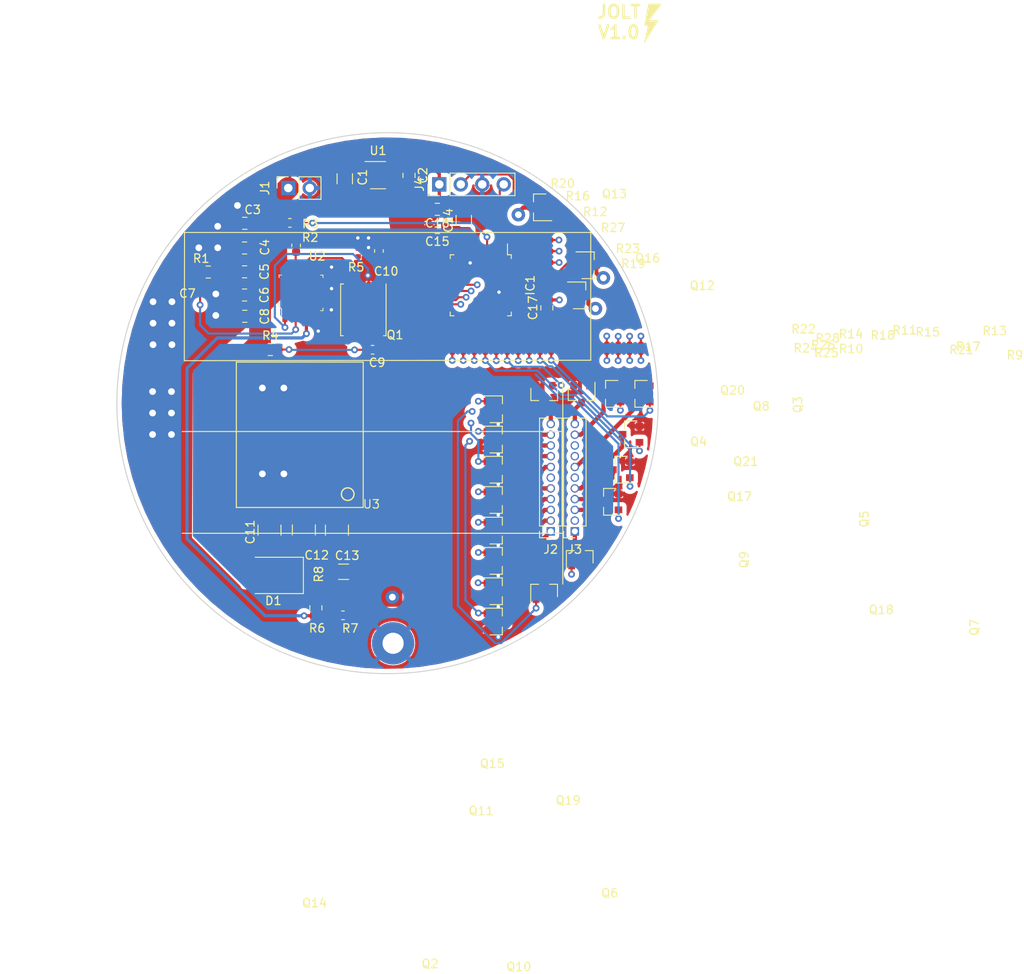
<source format=kicad_pcb>
(kicad_pcb (version 20171130) (host pcbnew "(5.1.5)-3")
  (layers (0 F.Cu power) (1 In1.Cu power) (2 In2.Cu power) (31 B.Cu mixed) (34 B.Paste user) (35 F.Paste user) (36 B.SilkS user) (37 F.SilkS user) (38 B.Mask user) (39 F.Mask user) (44 Edge.Cuts user))
  (net 0 "")
  (net 1 "Net-(C11-Pad1)")
  (net 2 "Net-(D1-Pad2)")
  (net 3 ISEN)
  (net 4 DR)
  (net 5 "Net-(C9-Pad2)")
  (net 6 GND)
  (net 7 "Net-(C7-Pad1)")
  (net 8 "Net-(R2-Pad1)")
  (net 9 V_SUPPLY)
  (net 10 FB)
  (net 11 "Net-(C7-Pad2)")
  (net 12 "Net-(C9-Pad1)")
  (net 13 3v3)
  (net 14 "Net-(IC1-Pad48)")
  (net 15 "Net-(IC1-Pad47)")
  (net 16 L_A7)
  (net 17 L_A6)
  (net 18 L_A5)
  (net 19 L_A4)
  (net 20 L_A3)
  (net 21 L_A2)
  (net 22 L_A1)
  (net 23 L_A0)
  (net 24 L_B7)
  (net 25 L_B6)
  (net 26 L_B5)
  (net 27 L_B4)
  (net 28 "Net-(IC1-Pad32)")
  (net 29 "Net-(IC1-Pad31)")
  (net 30 L_A9)
  (net 31 L_A8)
  (net 32 L_B9)
  (net 33 L_B8)
  (net 34 SW_3)
  (net 35 SW_2)
  (net 36 SW_1)
  (net 37 L_B3)
  (net 38 L_B2)
  (net 39 L_B1)
  (net 40 L_B0)
  (net 41 "Net-(IC1-Pad19)")
  (net 42 "Net-(IC1-Pad18)")
  (net 43 "Net-(IC1-Pad17)")
  (net 44 "Net-(IC1-Pad16)")
  (net 45 "Net-(IC1-Pad15)")
  (net 46 "Net-(IC1-Pad14)")
  (net 47 "Net-(IC1-Pad13)")
  (net 48 "Net-(IC1-Pad12)")
  (net 49 BUTTON_3)
  (net 50 BUTTON_2)
  (net 51 BUTTON_1)
  (net 52 BOOST_DISABLE)
  (net 53 USART_RX)
  (net 54 USART_TX)
  (net 55 NRST)
  (net 56 SWIM)
  (net 57 B5)
  (net 58 B4)
  (net 59 B3)
  (net 60 B7)
  (net 61 B1)
  (net 62 V_NIXIE)
  (net 63 B0)
  (net 64 B9)
  (net 65 B8)
  (net 66 B2)
  (net 67 B6)
  (net 68 A5)
  (net 69 A4)
  (net 70 A3)
  (net 71 A7)
  (net 72 A1)
  (net 73 A0)
  (net 74 A9)
  (net 75 A8)
  (net 76 A2)
  (net 77 A6)
  (net 78 "Net-(Q2-Pad1)")
  (net 79 "Net-(Q3-Pad1)")
  (net 80 "Net-(Q4-Pad1)")
  (net 81 "Net-(Q5-Pad1)")
  (net 82 "Net-(Q6-Pad1)")
  (net 83 "Net-(Q7-Pad1)")
  (net 84 "Net-(Q8-Pad1)")
  (net 85 "Net-(Q9-Pad1)")
  (net 86 "Net-(Q10-Pad1)")
  (net 87 "Net-(Q11-Pad1)")
  (net 88 "Net-(Q12-Pad1)")
  (net 89 "Net-(Q13-Pad1)")
  (net 90 "Net-(Q14-Pad1)")
  (net 91 "Net-(Q15-Pad1)")
  (net 92 "Net-(Q16-Pad1)")
  (net 93 "Net-(Q17-Pad1)")
  (net 94 "Net-(Q18-Pad1)")
  (net 95 "Net-(Q19-Pad1)")
  (net 96 "Net-(Q20-Pad1)")
  (net 97 "Net-(Q21-Pad1)")
  (net 98 "Net-(U1-Pad4)")
  (module Connector_PinHeader_2.54mm:PinHeader_1x04_P2.54mm_Vertical (layer F.Cu) (at 134.0358 43.2054 90)
    (fp_text reference J4 (at 0 -2.33 90) (layer F.SilkS))
    (fp_text value Conn_01x04_Female)
    (pad 4 thru_hole oval (at 0 7.62 90) (size 1.7 1.7) (drill 1) (layers *.Cu *.Mask) (net 55 NRST))
    (pad 3 thru_hole oval (at 0 5.08 90) (size 1.7 1.7) (drill 1) (layers *.Cu *.Mask) (net 6 GND))
    (pad 2 thru_hole oval (at 0 2.54 90) (size 1.7 1.7) (drill 1) (layers *.Cu *.Mask) (net 56 SWIM))
    (pad 1 thru_hole rect (at 0 0 90) (size 1.7 1.7) (drill 1) (layers *.Cu *.Mask) (net 13 3v3))
  )
  (module Package_TO_SOT_SMD:SOT-23-5 (layer F.Cu) (at 126.7968 42.1132)
    (fp_text reference U1 (at 0 -2.9) (layer F.SilkS))
    (fp_text value LD2981CM33TR)
    (pad 5 smd rect (at 1.1 -0.95) (size 1.06 0.65) (layers F.Cu F.Paste F.Mask) (net 13 3v3))
    (pad 4 smd rect (at 1.1 0.95) (size 1.06 0.65) (layers F.Cu F.Paste F.Mask) (net 98 "Net-(U1-Pad4)"))
    (pad 3 smd rect (at -1.1 0.95) (size 1.06 0.65) (layers F.Cu F.Paste F.Mask) (net 9 V_SUPPLY))
    (pad 2 smd rect (at -1.1 0) (size 1.06 0.65) (layers F.Cu F.Paste F.Mask) (net 6 GND))
    (pad 1 smd rect (at -1.1 -0.95) (size 1.06 0.65) (layers F.Cu F.Paste F.Mask) (net 9 V_SUPPLY))
  )
  (module Resistor_SMD:R_0402_1005Metric (layer F.Cu) (at 139.473433 62.5856 90)
    (fp_text reference R28 (at 1.1684 40.4876 180) (layer F.SilkS))
    (fp_text value 10k)
    (pad 2 smd roundrect (at 0.485 0 90) (size 0.59 0.64) (layers F.Cu F.Paste F.Mask) (net 30 L_A9))
    (pad 1 smd roundrect (at -0.485 0 90) (size 0.59 0.64) (layers F.Cu F.Paste F.Mask) (net 97 "Net-(Q21-Pad1)"))
  )
  (module Resistor_SMD:R_0402_1005Metric (layer F.Cu) (at 146.7358 52.447371 180)
    (fp_text reference R27 (at -7.8486 4.1148) (layer F.SilkS))
    (fp_text value 10k)
    (pad 2 smd roundrect (at 0.485 0 180) (size 0.59 0.64) (layers F.Cu F.Paste F.Mask) (net 19 L_A4))
    (pad 1 smd roundrect (at -0.485 0 180) (size 0.59 0.64) (layers F.Cu F.Paste F.Mask) (net 96 "Net-(Q20-Pad1)"))
  )
  (module Resistor_SMD:R_0402_1005Metric (layer F.Cu) (at 136.877267 62.5856 90)
    (fp_text reference R26 (at 0.3556 42.545 180) (layer F.SilkS))
    (fp_text value 10k)
    (pad 2 smd roundrect (at 0.485 0 90) (size 0.59 0.64) (layers F.Cu F.Paste F.Mask) (net 32 L_B9))
    (pad 1 smd roundrect (at -0.485 0 90) (size 0.59 0.64) (layers F.Cu F.Paste F.Mask) (net 95 "Net-(Q19-Pad1)"))
  )
  (module Resistor_SMD:R_0402_1005Metric (layer F.Cu) (at 140.771516 62.5856 90)
    (fp_text reference R25 (at -0.5588 39.0398 180) (layer F.SilkS))
    (fp_text value 10k)
    (pad 2 smd roundrect (at 0.485 0 90) (size 0.59 0.64) (layers F.Cu F.Paste F.Mask) (net 27 L_B4))
    (pad 1 smd roundrect (at -0.485 0 90) (size 0.59 0.64) (layers F.Cu F.Paste F.Mask) (net 94 "Net-(Q18-Pad1)"))
  )
  (module Resistor_SMD:R_0402_1005Metric (layer F.Cu) (at 138.17535 62.5856 90)
    (fp_text reference R24 (at 0 39.1922 180) (layer F.SilkS))
    (fp_text value 10k)
    (pad 2 smd roundrect (at 0.485 0 90) (size 0.59 0.64) (layers F.Cu F.Paste F.Mask) (net 31 L_A8))
    (pad 1 smd roundrect (at -0.485 0 90) (size 0.59 0.64) (layers F.Cu F.Paste F.Mask) (net 93 "Net-(Q17-Pad1)"))
  )
  (module Resistor_SMD:R_0402_1005Metric (layer F.Cu) (at 146.7358 53.775428 180)
    (fp_text reference R23 (at -9.6012 2.9718) (layer F.SilkS))
    (fp_text value 10k)
    (pad 2 smd roundrect (at 0.485 0 180) (size 0.59 0.64) (layers F.Cu F.Paste F.Mask) (net 20 L_A3))
    (pad 1 smd roundrect (at -0.485 0 180) (size 0.59 0.64) (layers F.Cu F.Paste F.Mask) (net 92 "Net-(Q16-Pad1)"))
  )
  (module Resistor_SMD:R_0402_1005Metric (layer F.Cu) (at 135.579184 62.5856 90)
    (fp_text reference R22 (at 2.2606 41.529 180) (layer F.SilkS))
    (fp_text value 10k)
    (pad 2 smd roundrect (at 0.485 0 90) (size 0.59 0.64) (layers F.Cu F.Paste F.Mask) (net 33 L_B8))
    (pad 1 smd roundrect (at -0.485 0 90) (size 0.59 0.64) (layers F.Cu F.Paste F.Mask) (net 91 "Net-(Q15-Pad1)"))
  )
  (module Resistor_SMD:R_0402_1005Metric (layer F.Cu) (at 153.846435 62.5983 90)
    (fp_text reference R21 (at -0.1778 41.9354 180) (layer F.SilkS))
    (fp_text value 10k)
    (pad 2 smd roundrect (at 0.485 0 90) (size 0.59 0.64) (layers F.Cu F.Paste F.Mask) (net 37 L_B3))
    (pad 1 smd roundrect (at -0.485 0 90) (size 0.59 0.64) (layers F.Cu F.Paste F.Mask) (net 90 "Net-(Q14-Pad1)"))
  )
  (module Resistor_SMD:R_0402_1005Metric (layer F.Cu) (at 146.7358 48.4632 180)
    (fp_text reference R20 (at -1.8796 5.3594) (layer F.SilkS))
    (fp_text value 10k)
    (pad 2 smd roundrect (at 0.485 0 180) (size 0.59 0.64) (layers F.Cu F.Paste F.Mask) (net 16 L_A7))
    (pad 1 smd roundrect (at -0.485 0 180) (size 0.59 0.64) (layers F.Cu F.Paste F.Mask) (net 89 "Net-(Q13-Pad1)"))
  )
  (module Resistor_SMD:R_0402_1005Metric (layer F.Cu) (at 146.7358 55.103485 180)
    (fp_text reference R19 (at -10.2362 2.5146) (layer F.SilkS))
    (fp_text value 10k)
    (pad 2 smd roundrect (at 0.485 0 180) (size 0.59 0.64) (layers F.Cu F.Paste F.Mask) (net 21 L_A2))
    (pad 1 smd roundrect (at -0.485 0 180) (size 0.59 0.64) (layers F.Cu F.Paste F.Mask) (net 88 "Net-(Q12-Pad1)"))
  )
  (module Resistor_SMD:R_0402_1005Metric (layer F.Cu) (at 144.665765 62.5856 90)
    (fp_text reference R18 (at 1.524 41.8084 180) (layer F.SilkS))
    (fp_text value 10k)
    (pad 2 smd roundrect (at 0.485 0 90) (size 0.59 0.64) (layers F.Cu F.Paste F.Mask) (net 24 L_B7))
    (pad 1 smd roundrect (at -0.485 0 90) (size 0.59 0.64) (layers F.Cu F.Paste F.Mask) (net 87 "Net-(Q11-Pad1)"))
  )
  (module Resistor_SMD:R_0402_1005Metric (layer F.Cu) (at 155.188858 62.5983 90)
    (fp_text reference R17 (at 0.2032 41.402 180) (layer F.SilkS))
    (fp_text value 10k)
    (pad 2 smd roundrect (at 0.485 0 90) (size 0.59 0.64) (layers F.Cu F.Paste F.Mask) (net 38 L_B2))
    (pad 1 smd roundrect (at -0.485 0 90) (size 0.59 0.64) (layers F.Cu F.Paste F.Mask) (net 86 "Net-(Q10-Pad1)"))
  )
  (module Resistor_SMD:R_0402_1005Metric (layer F.Cu) (at 146.7358 49.791257 180)
    (fp_text reference R16 (at -3.683 5.207) (layer F.SilkS))
    (fp_text value 10k)
    (pad 2 smd roundrect (at 0.485 0 180) (size 0.59 0.64) (layers F.Cu F.Paste F.Mask) (net 17 L_A6))
    (pad 1 smd roundrect (at -0.485 0 180) (size 0.59 0.64) (layers F.Cu F.Paste F.Mask) (net 85 "Net-(Q9-Pad1)"))
  )
  (module Resistor_SMD:R_0402_1005Metric (layer F.Cu) (at 147.261942 62.5856 90)
    (fp_text reference R15 (at 1.905 44.533458 180) (layer F.SilkS))
    (fp_text value 10k)
    (pad 2 smd roundrect (at 0.485 0 90) (size 0.59 0.64) (layers F.Cu F.Paste F.Mask) (net 22 L_A1))
    (pad 1 smd roundrect (at -0.485 0 90) (size 0.59 0.64) (layers F.Cu F.Paste F.Mask) (net 84 "Net-(Q8-Pad1)"))
  )
  (module Resistor_SMD:R_0402_1005Metric (layer F.Cu) (at 143.367682 62.5856 90)
    (fp_text reference R14 (at 1.6764 39.3446 180) (layer F.SilkS))
    (fp_text value 10k)
    (pad 2 smd roundrect (at 0.485 0 90) (size 0.59 0.64) (layers F.Cu F.Paste F.Mask) (net 25 L_B6))
    (pad 1 smd roundrect (at -0.485 0 90) (size 0.59 0.64) (layers F.Cu F.Paste F.Mask) (net 83 "Net-(Q7-Pad1)"))
  )
  (module Resistor_SMD:R_0402_1005Metric (layer F.Cu) (at 156.531279 62.5983 90)
    (fp_text reference R13 (at 2.0574 43.18 180) (layer F.SilkS))
    (fp_text value 10k)
    (pad 2 smd roundrect (at 0.485 0 90) (size 0.59 0.64) (layers F.Cu F.Paste F.Mask) (net 39 L_B1))
    (pad 1 smd roundrect (at -0.485 0 90) (size 0.59 0.64) (layers F.Cu F.Paste F.Mask) (net 82 "Net-(Q6-Pad1)"))
  )
  (module Resistor_SMD:R_0402_1005Metric (layer F.Cu) (at 146.7358 51.119314 180)
    (fp_text reference R12 (at -5.7404 4.6736) (layer F.SilkS))
    (fp_text value 10k)
    (pad 2 smd roundrect (at 0.485 0 180) (size 0.59 0.64) (layers F.Cu F.Paste F.Mask) (net 18 L_A5))
    (pad 1 smd roundrect (at -0.485 0 180) (size 0.59 0.64) (layers F.Cu F.Paste F.Mask) (net 81 "Net-(Q5-Pad1)"))
  )
  (module Resistor_SMD:R_0402_1005Metric (layer F.Cu) (at 145.963848 62.5856 90)
    (fp_text reference R11 (at 2.1336 43.1038 180) (layer F.SilkS))
    (fp_text value 10k)
    (pad 2 smd roundrect (at 0.485 0 90) (size 0.59 0.64) (layers F.Cu F.Paste F.Mask) (net 23 L_A0))
    (pad 1 smd roundrect (at -0.485 0 90) (size 0.59 0.64) (layers F.Cu F.Paste F.Mask) (net 80 "Net-(Q4-Pad1)"))
  )
  (module Resistor_SMD:R_0402_1005Metric (layer F.Cu) (at 142.069599 62.5856 90)
    (fp_text reference R10 (at -0.0762 40.6654 180) (layer F.SilkS))
    (fp_text value 10k)
    (pad 2 smd roundrect (at 0.485 0 90) (size 0.59 0.64) (layers F.Cu F.Paste F.Mask) (net 26 L_B5))
    (pad 1 smd roundrect (at -0.485 0 90) (size 0.59 0.64) (layers F.Cu F.Paste F.Mask) (net 79 "Net-(Q3-Pad1)"))
  )
  (module Resistor_SMD:R_0402_1005Metric (layer F.Cu) (at 157.8737 62.5983 90)
    (fp_text reference R9 (at -0.8128 44.2214 180) (layer F.SilkS))
    (fp_text value 10k)
    (pad 2 smd roundrect (at 0.485 0 90) (size 0.59 0.64) (layers F.Cu F.Paste F.Mask) (net 40 L_B0))
    (pad 1 smd roundrect (at -0.485 0 90) (size 0.59 0.64) (layers F.Cu F.Paste F.Mask) (net 78 "Net-(Q2-Pad1)"))
  )
  (module Package_TO_SOT_SMD:SOT-23 (layer F.Cu) (at 155.56484 76.95184 180)
    (fp_text reference Q21 (at -14.71168 0.95504) (layer F.SilkS))
    (fp_text value MMBTA42)
    (pad 3 smd rect (at 1 0 180) (size 0.9 0.8) (layers F.Cu F.Paste F.Mask) (net 74 A9))
    (pad 2 smd rect (at -1 0.95 180) (size 0.9 0.8) (layers F.Cu F.Paste F.Mask) (net 6 GND))
    (pad 1 smd rect (at -1 -0.95 180) (size 0.9 0.8) (layers F.Cu F.Paste F.Mask) (net 97 "Net-(Q21-Pad1)"))
  )
  (module Package_TO_SOT_SMD:SOT-23 (layer F.Cu) (at 154.4574 67.9831 180)
    (fp_text reference Q20 (at -14.2494 0.4191) (layer F.SilkS))
    (fp_text value MMBTA42)
    (pad 3 smd rect (at 1 0 180) (size 0.9 0.8) (layers F.Cu F.Paste F.Mask) (net 69 A4))
    (pad 2 smd rect (at -1 0.95 180) (size 0.9 0.8) (layers F.Cu F.Paste F.Mask) (net 6 GND))
    (pad 1 smd rect (at -1 -0.95 180) (size 0.9 0.8) (layers F.Cu F.Paste F.Mask) (net 96 "Net-(Q20-Pad1)"))
  )
  (module Package_TO_SOT_SMD:SOT-23 (layer F.Cu) (at 140.7287 87.7443)
    (fp_text reference Q19 (at 8.5471 28.3337) (layer F.SilkS))
    (fp_text value MMBTA42)
    (pad 3 smd rect (at 1 0) (size 0.9 0.8) (layers F.Cu F.Paste F.Mask) (net 64 B9))
    (pad 2 smd rect (at -1 0.95) (size 0.9 0.8) (layers F.Cu F.Paste F.Mask) (net 6 GND))
    (pad 1 smd rect (at -1 -0.95) (size 0.9 0.8) (layers F.Cu F.Paste F.Mask) (net 95 "Net-(Q19-Pad1)"))
  )
  (module Package_TO_SOT_SMD:SOT-23 (layer F.Cu) (at 140.7414 69.8119)
    (fp_text reference Q18 (at 45.5549 23.7236) (layer F.SilkS))
    (fp_text value MMBTA42)
    (pad 3 smd rect (at 1 0) (size 0.9 0.8) (layers F.Cu F.Paste F.Mask) (net 58 B4))
    (pad 2 smd rect (at -1 0.95) (size 0.9 0.8) (layers F.Cu F.Paste F.Mask) (net 6 GND))
    (pad 1 smd rect (at -1 -0.95) (size 0.9 0.8) (layers F.Cu F.Paste F.Mask) (net 94 "Net-(Q18-Pad1)"))
  )
  (module Package_TO_SOT_SMD:SOT-23 (layer F.Cu) (at 154.22372 80.75676 180)
    (fp_text reference Q17 (at -15.32636 0.62484) (layer F.SilkS))
    (fp_text value MMBTA42)
    (pad 3 smd rect (at 1 0 180) (size 0.9 0.8) (layers F.Cu F.Paste F.Mask) (net 75 A8))
    (pad 2 smd rect (at -1 0.95 180) (size 0.9 0.8) (layers F.Cu F.Paste F.Mask) (net 6 GND))
    (pad 1 smd rect (at -1 -0.95 180) (size 0.9 0.8) (layers F.Cu F.Paste F.Mask) (net 93 "Net-(Q17-Pad1)"))
  )
  (module Package_TO_SOT_SMD:SOT-23 (layer F.Cu) (at 151.59736 52.77104)
    (fp_text reference Q16 (at 7.08152 -0.82296) (layer F.SilkS))
    (fp_text value MMBTA42)
    (pad 3 smd rect (at 1 0) (size 0.9 0.8) (layers F.Cu F.Paste F.Mask) (net 70 A3))
    (pad 2 smd rect (at -1 0.95) (size 0.9 0.8) (layers F.Cu F.Paste F.Mask) (net 6 GND))
    (pad 1 smd rect (at -1 -0.95) (size 0.9 0.8) (layers F.Cu F.Paste F.Mask) (net 92 "Net-(Q16-Pad1)"))
  )
  (module Package_TO_SOT_SMD:SOT-23 (layer F.Cu) (at 140.7287 91.3384)
    (fp_text reference Q15 (at -0.4191 20.3962) (layer F.SilkS))
    (fp_text value MMBTA42)
    (pad 3 smd rect (at 1 0) (size 0.9 0.8) (layers F.Cu F.Paste F.Mask) (net 65 B8))
    (pad 2 smd rect (at -1 0.95) (size 0.9 0.8) (layers F.Cu F.Paste F.Mask) (net 6 GND))
    (pad 1 smd rect (at -1 -0.95) (size 0.9 0.8) (layers F.Cu F.Paste F.Mask) (net 91 "Net-(Q15-Pad1)"))
  )
  (module Package_TO_SOT_SMD:SOT-23 (layer F.Cu) (at 140.7287 73.3933)
    (fp_text reference Q14 (at -21.4376 54.8259) (layer F.SilkS))
    (fp_text value MMBTA42)
    (pad 3 smd rect (at 1 0) (size 0.9 0.8) (layers F.Cu F.Paste F.Mask) (net 59 B3))
    (pad 2 smd rect (at -1 0.95) (size 0.9 0.8) (layers F.Cu F.Paste F.Mask) (net 6 GND))
    (pad 1 smd rect (at -1 -0.95) (size 0.9 0.8) (layers F.Cu F.Paste F.Mask) (net 90 "Net-(Q14-Pad1)"))
  )
  (module Package_TO_SOT_SMD:SOT-23 (layer F.Cu) (at 145.9357 45.9232 180)
    (fp_text reference Q13 (at -8.8138 1.5875) (layer F.SilkS))
    (fp_text value MMBTA42)
    (pad 3 smd rect (at 1 0 180) (size 0.9 0.8) (layers F.Cu F.Paste F.Mask) (net 71 A7))
    (pad 2 smd rect (at -1 0.95 180) (size 0.9 0.8) (layers F.Cu F.Paste F.Mask) (net 6 GND))
    (pad 1 smd rect (at -1 -0.95 180) (size 0.9 0.8) (layers F.Cu F.Paste F.Mask) (net 89 "Net-(Q13-Pad1)"))
  )
  (module Package_TO_SOT_SMD:SOT-23 (layer F.Cu) (at 150.5966 56.3372)
    (fp_text reference Q12 (at 14.53388 -1.15316) (layer F.SilkS))
    (fp_text value MMBTA42)
    (pad 3 smd rect (at 1 0) (size 0.9 0.8) (layers F.Cu F.Paste F.Mask) (net 76 A2))
    (pad 2 smd rect (at -1 0.95) (size 0.9 0.8) (layers F.Cu F.Paste F.Mask) (net 6 GND))
    (pad 1 smd rect (at -1 -0.95) (size 0.9 0.8) (layers F.Cu F.Paste F.Mask) (net 88 "Net-(Q12-Pad1)"))
  )
  (module Package_TO_SOT_SMD:SOT-23 (layer F.Cu) (at 140.7287 76.962)
    (fp_text reference Q11 (at -1.7399 40.3606) (layer F.SilkS))
    (fp_text value MMBTA42)
    (pad 3 smd rect (at 1 0) (size 0.9 0.8) (layers F.Cu F.Paste F.Mask) (net 60 B7))
    (pad 2 smd rect (at -1 0.95) (size 0.9 0.8) (layers F.Cu F.Paste F.Mask) (net 6 GND))
    (pad 1 smd rect (at -1 -0.95) (size 0.9 0.8) (layers F.Cu F.Paste F.Mask) (net 87 "Net-(Q11-Pad1)"))
  )
  (module Package_TO_SOT_SMD:SOT-23 (layer F.Cu) (at 140.7287 94.9198)
    (fp_text reference Q10 (at 2.7178 40.8559) (layer F.SilkS))
    (fp_text value MMBTA42)
    (pad 3 smd rect (at 1 0) (size 0.9 0.8) (layers F.Cu F.Paste F.Mask) (net 66 B2))
    (pad 2 smd rect (at -1 0.95) (size 0.9 0.8) (layers F.Cu F.Paste F.Mask) (net 6 GND))
    (pad 1 smd rect (at -1 -0.95) (size 0.9 0.8) (layers F.Cu F.Paste F.Mask) (net 86 "Net-(Q10-Pad1)"))
  )
  (module Package_TO_SOT_SMD:SOT-23 (layer F.Cu) (at 150.64232 87.28964 90)
    (fp_text reference Q9 (at -0.3175 19.431 90) (layer F.SilkS))
    (fp_text value MMBTA42)
    (pad 3 smd rect (at 1 0 90) (size 0.9 0.8) (layers F.Cu F.Paste F.Mask) (net 77 A6))
    (pad 2 smd rect (at -1 0.95 90) (size 0.9 0.8) (layers F.Cu F.Paste F.Mask) (net 6 GND))
    (pad 1 smd rect (at -1 -0.95 90) (size 0.9 0.8) (layers F.Cu F.Paste F.Mask) (net 85 "Net-(Q9-Pad1)"))
  )
  (module Package_TO_SOT_SMD:SOT-23 (layer F.Cu) (at 157.9245 67.9831 180)
    (fp_text reference Q8 (at -14.1732 -1.4605) (layer F.SilkS))
    (fp_text value MMBTA42)
    (pad 3 smd rect (at 1 0 180) (size 0.9 0.8) (layers F.Cu F.Paste F.Mask) (net 72 A1))
    (pad 2 smd rect (at -1 0.95 180) (size 0.9 0.8) (layers F.Cu F.Paste F.Mask) (net 6 GND))
    (pad 1 smd rect (at -1 -0.95 180) (size 0.9 0.8) (layers F.Cu F.Paste F.Mask) (net 84 "Net-(Q8-Pad1)"))
  )
  (module Package_TO_SOT_SMD:SOT-23 (layer F.Cu) (at 146.431 91.2749 90)
    (fp_text reference Q7 (at -4.3434 50.8889 90) (layer F.SilkS))
    (fp_text value MMBTA42)
    (pad 3 smd rect (at 1 0 90) (size 0.9 0.8) (layers F.Cu F.Paste F.Mask) (net 67 B6))
    (pad 2 smd rect (at -1 0.95 90) (size 0.9 0.8) (layers F.Cu F.Paste F.Mask) (net 6 GND))
    (pad 1 smd rect (at -1 -0.95 90) (size 0.9 0.8) (layers F.Cu F.Paste F.Mask) (net 83 "Net-(Q7-Pad1)"))
  )
  (module Package_TO_SOT_SMD:SOT-23 (layer F.Cu) (at 140.7287 80.5434)
    (fp_text reference Q6 (at 13.462 46.5074) (layer F.SilkS))
    (fp_text value MMBTA42)
    (pad 3 smd rect (at 1 0) (size 0.9 0.8) (layers F.Cu F.Paste F.Mask) (net 61 B1))
    (pad 2 smd rect (at -1 0.95) (size 0.9 0.8) (layers F.Cu F.Paste F.Mask) (net 6 GND))
    (pad 1 smd rect (at -1 -0.95) (size 0.9 0.8) (layers F.Cu F.Paste F.Mask) (net 82 "Net-(Q6-Pad1)"))
  )
  (module Package_TO_SOT_SMD:SOT-23 (layer F.Cu) (at 150.8633 68.0085 270)
    (fp_text reference Q5 (at 14.7828 -33.4264 90) (layer F.SilkS))
    (fp_text value MMBTA42)
    (pad 3 smd rect (at 1 0 270) (size 0.9 0.8) (layers F.Cu F.Paste F.Mask) (net 68 A5))
    (pad 2 smd rect (at -1 0.95 270) (size 0.9 0.8) (layers F.Cu F.Paste F.Mask) (net 6 GND))
    (pad 1 smd rect (at -1 -0.95 270) (size 0.9 0.8) (layers F.Cu F.Paste F.Mask) (net 81 "Net-(Q5-Pad1)"))
  )
  (module Package_TO_SOT_SMD:SOT-23 (layer F.Cu) (at 156.7053 72.771 180)
    (fp_text reference Q4 (at -7.9883 -0.8763) (layer F.SilkS))
    (fp_text value MMBTA42)
    (pad 3 smd rect (at 1 0 180) (size 0.9 0.8) (layers F.Cu F.Paste F.Mask) (net 73 A0))
    (pad 2 smd rect (at -1 0.95 180) (size 0.9 0.8) (layers F.Cu F.Paste F.Mask) (net 6 GND))
    (pad 1 smd rect (at -1 -0.95 180) (size 0.9 0.8) (layers F.Cu F.Paste F.Mask) (net 80 "Net-(Q4-Pad1)"))
  )
  (module Package_TO_SOT_SMD:SOT-23 (layer F.Cu) (at 146.4437 68.0212 270)
    (fp_text reference Q3 (at 1.2446 -29.9974 90) (layer F.SilkS))
    (fp_text value MMBTA42)
    (pad 3 smd rect (at 1 0 270) (size 0.9 0.8) (layers F.Cu F.Paste F.Mask) (net 57 B5))
    (pad 2 smd rect (at -1 0.95 270) (size 0.9 0.8) (layers F.Cu F.Paste F.Mask) (net 6 GND))
    (pad 1 smd rect (at -1 -0.95 270) (size 0.9 0.8) (layers F.Cu F.Paste F.Mask) (net 79 "Net-(Q3-Pad1)"))
  )
  (module Package_TO_SOT_SMD:SOT-23 (layer F.Cu) (at 140.7287 84.1629)
    (fp_text reference Q2 (at -7.7851 51.2572) (layer F.SilkS))
    (fp_text value MMBTA42)
    (pad 3 smd rect (at 1 0) (size 0.9 0.8) (layers F.Cu F.Paste F.Mask) (net 63 B0))
    (pad 2 smd rect (at -1 0.95) (size 0.9 0.8) (layers F.Cu F.Paste F.Mask) (net 6 GND))
    (pad 1 smd rect (at -1 -0.95) (size 0.9 0.8) (layers F.Cu F.Paste F.Mask) (net 78 "Net-(Q2-Pad1)"))
  )
  (module Connector_PinSocket_1.27mm:PinSocket_1x11_P1.27mm_Vertical (layer F.Cu) (at 150.0632 84.2518 180)
    (fp_text reference J3 (at 0 -2.135) (layer F.SilkS))
    (fp_text value Conn_01x11_Female)
    (pad 11 thru_hole oval (at 0 12.7 180) (size 1 1) (drill 0.7) (layers *.Cu *.Mask) (net 68 A5))
    (pad 10 thru_hole oval (at 0 11.43 180) (size 1 1) (drill 0.7) (layers *.Cu *.Mask) (net 69 A4))
    (pad 9 thru_hole oval (at 0 10.16 180) (size 1 1) (drill 0.7) (layers *.Cu *.Mask) (net 70 A3))
    (pad 8 thru_hole oval (at 0 8.89 180) (size 1 1) (drill 0.7) (layers *.Cu *.Mask) (net 71 A7))
    (pad 7 thru_hole oval (at 0 7.62 180) (size 1 1) (drill 0.7) (layers *.Cu *.Mask) (net 72 A1))
    (pad 6 thru_hole oval (at 0 6.35 180) (size 1 1) (drill 0.7) (layers *.Cu *.Mask) (net 62 V_NIXIE))
    (pad 5 thru_hole oval (at 0 5.08 180) (size 1 1) (drill 0.7) (layers *.Cu *.Mask) (net 73 A0))
    (pad 4 thru_hole oval (at 0 3.81 180) (size 1 1) (drill 0.7) (layers *.Cu *.Mask) (net 74 A9))
    (pad 3 thru_hole oval (at 0 2.54 180) (size 1 1) (drill 0.7) (layers *.Cu *.Mask) (net 75 A8))
    (pad 2 thru_hole oval (at 0 1.27 180) (size 1 1) (drill 0.7) (layers *.Cu *.Mask) (net 76 A2))
    (pad 1 thru_hole rect (at 0 0 180) (size 1 1) (drill 0.7) (layers *.Cu *.Mask) (net 77 A6))
  )
  (module Connector_PinSocket_1.27mm:PinSocket_1x11_P1.27mm_Vertical (layer F.Cu) (at 147.2184 84.2518 180)
    (fp_text reference J2 (at 0 -2.135) (layer F.SilkS))
    (fp_text value Conn_01x11_Female)
    (pad 11 thru_hole oval (at 0 12.7 180) (size 1 1) (drill 0.7) (layers *.Cu *.Mask) (net 57 B5))
    (pad 10 thru_hole oval (at 0 11.43 180) (size 1 1) (drill 0.7) (layers *.Cu *.Mask) (net 58 B4))
    (pad 9 thru_hole oval (at 0 10.16 180) (size 1 1) (drill 0.7) (layers *.Cu *.Mask) (net 59 B3))
    (pad 8 thru_hole oval (at 0 8.89 180) (size 1 1) (drill 0.7) (layers *.Cu *.Mask) (net 60 B7))
    (pad 7 thru_hole oval (at 0 7.62 180) (size 1 1) (drill 0.7) (layers *.Cu *.Mask) (net 61 B1))
    (pad 6 thru_hole oval (at 0 6.35 180) (size 1 1) (drill 0.7) (layers *.Cu *.Mask) (net 62 V_NIXIE))
    (pad 5 thru_hole oval (at 0 5.08 180) (size 1 1) (drill 0.7) (layers *.Cu *.Mask) (net 63 B0))
    (pad 4 thru_hole oval (at 0 3.81 180) (size 1 1) (drill 0.7) (layers *.Cu *.Mask) (net 64 B9))
    (pad 3 thru_hole oval (at 0 2.54 180) (size 1 1) (drill 0.7) (layers *.Cu *.Mask) (net 65 B8))
    (pad 2 thru_hole oval (at 0 1.27 180) (size 1 1) (drill 0.7) (layers *.Cu *.Mask) (net 66 B2))
    (pad 1 thru_hole rect (at 0 0 180) (size 1 1) (drill 0.7) (layers *.Cu *.Mask) (net 67 B6))
  )
  (module Connector_PinSocket_2.54mm:PinSocket_1x02_P2.54mm_Vertical (layer F.Cu) (at 116.1796 43.6372 90)
    (fp_text reference J1 (at 0 -2.77 90) (layer F.SilkS))
    (fp_text value Vin)
    (pad 2 thru_hole oval (at 0 2.54 90) (size 1.7 1.7) (drill 1) (layers *.Cu *.Mask) (net 6 GND))
    (pad 1 thru_hole rect (at 0 0 90) (size 1.7 1.7) (drill 1) (layers *.Cu *.Mask) (net 9 V_SUPPLY))
  )
  (module Package_QFP:LQFP-48_7x7mm_P0.5mm (layer F.Cu) (at 138.938 55.1434 270)
    (fp_text reference IC1 (at 0 -5.85 90) (layer F.SilkS))
    (fp_text value STM8L151C6T6)
    (pad 48 smd roundrect (at -2.75 -4.1625 270) (size 0.3 1.475) (layers F.Cu F.Paste F.Mask) (net 14 "Net-(IC1-Pad48)"))
    (pad 47 smd roundrect (at -2.25 -4.1625 270) (size 0.3 1.475) (layers F.Cu F.Paste F.Mask) (net 15 "Net-(IC1-Pad47)"))
    (pad 46 smd roundrect (at -1.75 -4.1625 270) (size 0.3 1.475) (layers F.Cu F.Paste F.Mask) (net 16 L_A7))
    (pad 45 smd roundrect (at -1.25 -4.1625 270) (size 0.3 1.475) (layers F.Cu F.Paste F.Mask) (net 17 L_A6))
    (pad 44 smd roundrect (at -0.75 -4.1625 270) (size 0.3 1.475) (layers F.Cu F.Paste F.Mask) (net 18 L_A5))
    (pad 43 smd roundrect (at -0.25 -4.1625 270) (size 0.3 1.475) (layers F.Cu F.Paste F.Mask) (net 19 L_A4))
    (pad 42 smd roundrect (at 0.25 -4.1625 270) (size 0.3 1.475) (layers F.Cu F.Paste F.Mask) (net 20 L_A3))
    (pad 41 smd roundrect (at 0.75 -4.1625 270) (size 0.3 1.475) (layers F.Cu F.Paste F.Mask) (net 21 L_A2))
    (pad 40 smd roundrect (at 1.25 -4.1625 270) (size 0.3 1.475) (layers F.Cu F.Paste F.Mask) (net 6 GND))
    (pad 39 smd roundrect (at 1.75 -4.1625 270) (size 0.3 1.475) (layers F.Cu F.Paste F.Mask) (net 13 3v3))
    (pad 38 smd roundrect (at 2.25 -4.1625 270) (size 0.3 1.475) (layers F.Cu F.Paste F.Mask) (net 22 L_A1))
    (pad 37 smd roundrect (at 2.75 -4.1625 270) (size 0.3 1.475) (layers F.Cu F.Paste F.Mask) (net 23 L_A0))
    (pad 36 smd roundrect (at 4.1625 -2.75 270) (size 1.475 0.3) (layers F.Cu F.Paste F.Mask) (net 24 L_B7))
    (pad 35 smd roundrect (at 4.1625 -2.25 270) (size 1.475 0.3) (layers F.Cu F.Paste F.Mask) (net 25 L_B6))
    (pad 34 smd roundrect (at 4.1625 -1.75 270) (size 1.475 0.3) (layers F.Cu F.Paste F.Mask) (net 26 L_B5))
    (pad 33 smd roundrect (at 4.1625 -1.25 270) (size 1.475 0.3) (layers F.Cu F.Paste F.Mask) (net 27 L_B4))
    (pad 32 smd roundrect (at 4.1625 -0.75 270) (size 1.475 0.3) (layers F.Cu F.Paste F.Mask) (net 28 "Net-(IC1-Pad32)"))
    (pad 31 smd roundrect (at 4.1625 -0.25 270) (size 1.475 0.3) (layers F.Cu F.Paste F.Mask) (net 29 "Net-(IC1-Pad31)"))
    (pad 30 smd roundrect (at 4.1625 0.25 270) (size 1.475 0.3) (layers F.Cu F.Paste F.Mask) (net 30 L_A9))
    (pad 29 smd roundrect (at 4.1625 0.75 270) (size 1.475 0.3) (layers F.Cu F.Paste F.Mask) (net 31 L_A8))
    (pad 28 smd roundrect (at 4.1625 1.25 270) (size 1.475 0.3) (layers F.Cu F.Paste F.Mask) (net 32 L_B9))
    (pad 27 smd roundrect (at 4.1625 1.75 270) (size 1.475 0.3) (layers F.Cu F.Paste F.Mask) (net 33 L_B8))
    (pad 26 smd roundrect (at 4.1625 2.25 270) (size 1.475 0.3) (layers F.Cu F.Paste F.Mask) (net 34 SW_3))
    (pad 25 smd roundrect (at 4.1625 2.75 270) (size 1.475 0.3) (layers F.Cu F.Paste F.Mask) (net 35 SW_2))
    (pad 24 smd roundrect (at 2.75 4.1625 270) (size 0.3 1.475) (layers F.Cu F.Paste F.Mask) (net 36 SW_1))
    (pad 23 smd roundrect (at 2.25 4.1625 270) (size 0.3 1.475) (layers F.Cu F.Paste F.Mask) (net 37 L_B3))
    (pad 22 smd roundrect (at 1.75 4.1625 270) (size 0.3 1.475) (layers F.Cu F.Paste F.Mask) (net 38 L_B2))
    (pad 21 smd roundrect (at 1.25 4.1625 270) (size 0.3 1.475) (layers F.Cu F.Paste F.Mask) (net 39 L_B1))
    (pad 20 smd roundrect (at 0.75 4.1625 270) (size 0.3 1.475) (layers F.Cu F.Paste F.Mask) (net 40 L_B0))
    (pad 19 smd roundrect (at 0.25 4.1625 270) (size 0.3 1.475) (layers F.Cu F.Paste F.Mask) (net 41 "Net-(IC1-Pad19)"))
    (pad 18 smd roundrect (at -0.25 4.1625 270) (size 0.3 1.475) (layers F.Cu F.Paste F.Mask) (net 42 "Net-(IC1-Pad18)"))
    (pad 17 smd roundrect (at -0.75 4.1625 270) (size 0.3 1.475) (layers F.Cu F.Paste F.Mask) (net 43 "Net-(IC1-Pad17)"))
    (pad 16 smd roundrect (at -1.25 4.1625 270) (size 0.3 1.475) (layers F.Cu F.Paste F.Mask) (net 44 "Net-(IC1-Pad16)"))
    (pad 15 smd roundrect (at -1.75 4.1625 270) (size 0.3 1.475) (layers F.Cu F.Paste F.Mask) (net 45 "Net-(IC1-Pad15)"))
    (pad 14 smd roundrect (at -2.25 4.1625 270) (size 0.3 1.475) (layers F.Cu F.Paste F.Mask) (net 46 "Net-(IC1-Pad14)"))
    (pad 13 smd roundrect (at -2.75 4.1625 270) (size 0.3 1.475) (layers F.Cu F.Paste F.Mask) (net 47 "Net-(IC1-Pad13)"))
    (pad 12 smd roundrect (at -4.1625 2.75 270) (size 1.475 0.3) (layers F.Cu F.Paste F.Mask) (net 48 "Net-(IC1-Pad12)"))
    (pad 11 smd roundrect (at -4.1625 2.25 270) (size 1.475 0.3) (layers F.Cu F.Paste F.Mask) (net 13 3v3))
    (pad 10 smd roundrect (at -4.1625 1.75 270) (size 1.475 0.3) (layers F.Cu F.Paste F.Mask) (net 13 3v3))
    (pad 9 smd roundrect (at -4.1625 1.25 270) (size 1.475 0.3) (layers F.Cu F.Paste F.Mask) (net 6 GND))
    (pad 8 smd roundrect (at -4.1625 0.75 270) (size 1.475 0.3) (layers F.Cu F.Paste F.Mask) (net 49 BUTTON_3))
    (pad 7 smd roundrect (at -4.1625 0.25 270) (size 1.475 0.3) (layers F.Cu F.Paste F.Mask) (net 50 BUTTON_2))
    (pad 6 smd roundrect (at -4.1625 -0.25 270) (size 1.475 0.3) (layers F.Cu F.Paste F.Mask) (net 51 BUTTON_1))
    (pad 5 smd roundrect (at -4.1625 -0.75 270) (size 1.475 0.3) (layers F.Cu F.Paste F.Mask) (net 52 BOOST_DISABLE))
    (pad 4 smd roundrect (at -4.1625 -1.25 270) (size 1.475 0.3) (layers F.Cu F.Paste F.Mask) (net 53 USART_RX))
    (pad 3 smd roundrect (at -4.1625 -1.75 270) (size 1.475 0.3) (layers F.Cu F.Paste F.Mask) (net 54 USART_TX))
    (pad 2 smd roundrect (at -4.1625 -2.25 270) (size 1.475 0.3) (layers F.Cu F.Paste F.Mask) (net 55 NRST))
    (pad 1 smd roundrect (at -4.1625 -2.75 270) (size 1.475 0.3) (layers F.Cu F.Paste F.Mask) (net 56 SWIM))
  )
  (module Capacitor_SMD:C_0805_2012Metric (layer F.Cu) (at 146.7558 57.8104 90)
    (fp_text reference C17 (at 0 -1.65 90) (layer F.SilkS))
    (fp_text value 100nf)
    (pad 2 smd roundrect (at 0.9375 0 90) (size 0.975 1.4) (layers F.Cu F.Paste F.Mask) (net 13 3v3))
    (pad 1 smd roundrect (at -0.9375 0 90) (size 0.975 1.4) (layers F.Cu F.Paste F.Mask) (net 6 GND))
  )
  (module Capacitor_SMD:C_0805_2012Metric (layer F.Cu) (at 133.8072 46.1518 180)
    (fp_text reference C16 (at 0 -1.65) (layer F.SilkS))
    (fp_text value 100nf)
    (pad 2 smd roundrect (at 0.9375 0 180) (size 0.975 1.4) (layers F.Cu F.Paste F.Mask) (net 6 GND))
    (pad 1 smd roundrect (at -0.9375 0 180) (size 0.975 1.4) (layers F.Cu F.Paste F.Mask) (net 13 3v3))
  )
  (module Capacitor_SMD:C_0805_2012Metric (layer F.Cu) (at 133.8072 48.3108 180)
    (fp_text reference C15 (at 0 -1.65) (layer F.SilkS))
    (fp_text value 100nf)
    (pad 2 smd roundrect (at 0.9375 0 180) (size 0.975 1.4) (layers F.Cu F.Paste F.Mask) (net 6 GND))
    (pad 1 smd roundrect (at -0.9375 0 180) (size 0.975 1.4) (layers F.Cu F.Paste F.Mask) (net 13 3v3))
  )
  (module Capacitor_SMD:C_1206_3216Metric (layer F.Cu) (at 136.9314 47.4726 90)
    (fp_text reference C14 (at 0 -1.82 90) (layer F.SilkS))
    (fp_text value 1uf)
    (pad 2 smd roundrect (at 1.4 0 90) (size 1.25 1.75) (layers F.Cu F.Paste F.Mask) (roundrect_rratio 0.2) (net 6 GND))
    (pad 1 smd roundrect (at -1.4 0 90) (size 1.25 1.75) (layers F.Cu F.Paste F.Mask) (roundrect_rratio 0.2) (net 13 3v3))
  )
  (module Capacitor_SMD:C_0805_2012Metric (layer F.Cu) (at 130.4544 42.1386 270)
    (fp_text reference C2 (at 0 -1.65 90) (layer F.SilkS))
    (fp_text value 2.2uf)
    (pad 2 smd roundrect (at 0.9375 0 270) (size 0.975 1.4) (layers F.Cu F.Paste F.Mask) (net 6 GND))
    (pad 1 smd roundrect (at -0.9375 0 270) (size 0.975 1.4) (layers F.Cu F.Paste F.Mask) (net 13 3v3))
  )
  (module Capacitor_SMD:C_1206_3216Metric (layer F.Cu) (at 122.8598 42.545 270)
    (fp_text reference C1 (at -0.1778 -2.1082 90) (layer F.SilkS))
    (fp_text value 1uf)
    (pad 2 smd roundrect (at 1.4 0 270) (size 1.25 1.75) (layers F.Cu F.Paste F.Mask) (roundrect_rratio 0.2) (net 6 GND))
    (pad 1 smd roundrect (at -1.4 0 270) (size 1.25 1.75) (layers F.Cu F.Paste F.Mask) (roundrect_rratio 0.2) (net 9 V_SUPPLY))
  )
  (module MountingHole:MountingHole_2.5mm_Pad (layer F.Cu) (at 128.5748 97.4979)
    (fp_text reference REF**)
    (fp_text value MountingHole_2.5mm_Pad)
    (pad 1 thru_hole circle (at 0 0) (size 5 5) (drill 2.5) (layers *.Cu *.Mask) (net 6 GND))
  )
  (module jolt:JOLT (layer F.Cu) (at 155.2448 23.9014)
    (fp_text reference REF**)
    (fp_text value JOLT)
  )
  (module Diode_SMD:D_SMB (layer F.Cu) (at 114.4148 89.4654 180)
    (fp_text reference D1 (at 0 -3) (layer F.SilkS))
    (fp_text value STTH3L06U)
    (pad 1 smd rect (at -2.15 0 180) (size 2.5 2.3) (layers F.Cu F.Paste F.Mask) (net 1 "Net-(C11-Pad1)"))
    (pad 2 smd rect (at 2.15 0 180) (size 2.5 2.3) (layers F.Cu F.Paste F.Mask) (net 2 "Net-(D1-Pad2)"))
  )
  (module Package_TO_SOT_SMD:TDSON-8-1 (layer F.Cu) (at 125.0574 58.0456 270)
    (fp_text reference Q1 (at 2.97434 -3.7465 180) (layer F.SilkS))
    (fp_text value BSC082N10LSG)
    (pad 1 smd rect (at -2.9 -1.905 270) (size 0.85 0.5) (layers F.Cu F.Paste F.Mask) (net 3 ISEN))
    (pad 2 smd rect (at -2.9 -0.635 270) (size 0.85 0.5) (layers F.Cu F.Paste F.Mask) (net 3 ISEN))
    (pad 3 smd rect (at -2.9 0.635 270) (size 0.85 0.5) (layers F.Cu F.Paste F.Mask) (net 3 ISEN))
    (pad 4 smd rect (at -2.9 1.905 270) (size 0.85 0.5) (layers F.Cu F.Paste F.Mask) (net 4 DR))
    (pad 5 smd rect (at 1.05 0 270) (size 4.55 4.41) (layers F.Cu) (net 5 "Net-(C9-Pad2)"))
  )
  (module digikey-footprints:SOIC-8_W3.9mm (layer F.Cu) (at 117.6914 56.039)
    (fp_text reference U2 (at 1.90246 -4.3307) (layer F.SilkS))
    (fp_text value LM3478MM_NOPB)
    (pad 1 smd rect (at -1.905 2.45) (size 0.6 2) (layers F.Cu F.Paste F.Mask) (net 3 ISEN))
    (pad 2 smd rect (at -0.635 2.45) (size 0.6 2) (layers F.Cu F.Paste F.Mask) (net 7 "Net-(C7-Pad1)"))
    (pad 4 smd rect (at 1.905 2.45) (size 0.6 2) (layers F.Cu F.Paste F.Mask) (net 6 GND))
    (pad 5 smd rect (at 1.905 -2.45) (size 0.6 2) (layers F.Cu F.Paste F.Mask) (net 6 GND))
    (pad 6 smd rect (at 0.635 -2.45) (size 0.6 2) (layers F.Cu F.Paste F.Mask) (net 4 DR))
    (pad 7 smd rect (at -0.635 -2.45) (size 0.6 2) (layers F.Cu F.Paste F.Mask) (net 8 "Net-(R2-Pad1)"))
    (pad 8 smd rect (at -1.905 -2.45) (size 0.6 2) (layers F.Cu F.Paste F.Mask) (net 9 V_SUPPLY))
    (pad 3 smd rect (at 0.635 2.45) (size 0.6 2) (layers F.Cu F.Paste F.Mask) (net 10 FB))
  )
  (module DA2032-AL:DA2032-AL (layer F.Cu) (at 117.539 72.8284 180)
    (fp_text reference U3 (at -8.47852 -8.20928) (layer F.SilkS) (effects (font (size 1.001165 1.001165) (thickness 0.127))))
    (fp_text value DA2032-AL)
    (pad P$1 smd rect (at -10.16 -6.25 180) (size 3.43 1.79) (layers F.Cu F.Paste F.Mask) (net 6 GND))
    (pad P$2 smd rect (at -10.16 -3.75 180) (size 3.43 1.79) (layers F.Cu F.Paste F.Mask))
    (pad P$3 smd rect (at -10.16 -1.25 180) (size 3.43 1.79) (layers F.Cu F.Paste F.Mask) (net 5 "Net-(C9-Pad2)"))
    (pad P$4 smd rect (at -10.16 1.25 180) (size 3.43 1.79) (layers F.Cu F.Paste F.Mask) (net 5 "Net-(C9-Pad2)"))
    (pad P$5 smd rect (at -10.16 3.75 180) (size 3.43 1.79) (layers F.Cu F.Paste F.Mask) (net 5 "Net-(C9-Pad2)"))
    (pad P$6 smd rect (at -10.16 6.25 180) (size 3.43 1.79) (layers F.Cu F.Paste F.Mask) (net 5 "Net-(C9-Pad2)"))
    (pad P$12 smd rect (at 10.16 -6.25 180) (size 3.43 1.79) (layers F.Cu F.Paste F.Mask) (net 2 "Net-(D1-Pad2)"))
    (pad P$11 smd rect (at 10.16 -3.75 180) (size 3.43 1.79) (layers F.Cu F.Paste F.Mask))
    (pad P$10 smd rect (at 10.16 -1.25 180) (size 3.43 1.79) (layers F.Cu F.Paste F.Mask) (net 9 V_SUPPLY))
    (pad P$9 smd rect (at 10.16 1.25 180) (size 3.43 1.79) (layers F.Cu F.Paste F.Mask) (net 9 V_SUPPLY))
    (pad P$8 smd rect (at 10.16 3.75 180) (size 3.43 1.79) (layers F.Cu F.Paste F.Mask) (net 9 V_SUPPLY))
    (pad P$7 smd rect (at 10.16 6.25 180) (size 3.43 1.79) (layers F.Cu F.Paste F.Mask) (net 9 V_SUPPLY))
  )
  (module Capacitor_SMD:C_0805_2012Metric (layer F.Cu) (at 111.0366 47.8094 180)
    (fp_text reference C3 (at -0.93218 1.60274) (layer F.SilkS))
    (fp_text value 47u)
    (pad 1 smd roundrect (at -0.9375 0 180) (size 0.975 1.4) (layers F.Cu F.Paste F.Mask) (net 9 V_SUPPLY))
    (pad 2 smd roundrect (at 0.9375 0 180) (size 0.975 1.4) (layers F.Cu F.Paste F.Mask) (net 6 GND))
  )
  (module Capacitor_SMD:C_0805_2012Metric (layer F.Cu) (at 111.0112 50.7304 180)
    (fp_text reference C4 (at -2.40538 0.08128 90) (layer F.SilkS))
    (fp_text value 47u)
    (pad 2 smd roundrect (at 0.9375 0 180) (size 0.975 1.4) (layers F.Cu F.Paste F.Mask) (net 6 GND))
    (pad 1 smd roundrect (at -0.9375 0 180) (size 0.975 1.4) (layers F.Cu F.Paste F.Mask) (net 9 V_SUPPLY))
  )
  (module Capacitor_SMD:C_0805_2012Metric (layer F.Cu) (at 111.0112 53.5498 180)
    (fp_text reference C5 (at -2.3495 0.01778 90) (layer F.SilkS))
    (fp_text value 47u)
    (pad 1 smd roundrect (at -0.9375 0 180) (size 0.975 1.4) (layers F.Cu F.Paste F.Mask) (net 9 V_SUPPLY))
    (pad 2 smd roundrect (at 0.9375 0 180) (size 0.975 1.4) (layers F.Cu F.Paste F.Mask) (net 6 GND))
  )
  (module Capacitor_SMD:C_0805_2012Metric (layer F.Cu) (at 111.0112 56.293 180)
    (fp_text reference C6 (at -2.32664 0.00254 90) (layer F.SilkS))
    (fp_text value 47u)
    (pad 2 smd roundrect (at 0.9375 0 180) (size 0.975 1.4) (layers F.Cu F.Paste F.Mask) (net 6 GND))
    (pad 1 smd roundrect (at -0.9375 0 180) (size 0.975 1.4) (layers F.Cu F.Paste F.Mask) (net 9 V_SUPPLY))
  )
  (module Capacitor_SMD:C_0402_1005Metric (layer F.Cu) (at 105.7534 55.6834 90)
    (fp_text reference C7 (at -0.4318 -1.4986 180) (layer F.SilkS))
    (fp_text value 22n)
    (pad 1 smd roundrect (at -0.485 0 90) (size 0.59 0.64) (layers F.Cu F.Paste F.Mask) (net 7 "Net-(C7-Pad1)"))
    (pad 2 smd roundrect (at 0.485 0 90) (size 0.59 0.64) (layers F.Cu F.Paste F.Mask) (net 11 "Net-(C7-Pad2)"))
  )
  (module Capacitor_SMD:C_0805_2012Metric (layer F.Cu) (at 111.0366 58.8076 180)
    (fp_text reference C8 (at -2.3495 -0.02286 90) (layer F.SilkS))
    (fp_text value 47u)
    (pad 1 smd roundrect (at -0.9375 0 180) (size 0.975 1.4) (layers F.Cu F.Paste F.Mask) (net 9 V_SUPPLY))
    (pad 2 smd roundrect (at 0.9375 0 180) (size 0.975 1.4) (layers F.Cu F.Paste F.Mask) (net 6 GND))
  )
  (module Capacitor_SMD:C_0603_1608Metric (layer F.Cu) (at 126.1496 62.77)
    (fp_text reference C9 (at 0.5334 1.524) (layer F.SilkS))
    (fp_text value 2000p)
    (pad 2 smd roundrect (at 0.7875 0) (size 0.875 0.95) (layers F.Cu F.Paste F.Mask) (net 5 "Net-(C9-Pad2)"))
    (pad 1 smd roundrect (at -0.7875 0) (size 0.875 0.95) (layers F.Cu F.Paste F.Mask) (net 12 "Net-(C9-Pad1)"))
  )
  (module Capacitor_SMD:C_0603_1608Metric (layer F.Cu) (at 126.8989 51.08346 90)
    (fp_text reference C10 (at -2.40284 0.85852 180) (layer F.SilkS))
    (fp_text value 0.01u)
    (pad 1 smd roundrect (at -0.7875 0 90) (size 0.875 0.95) (layers F.Cu F.Paste F.Mask) (net 3 ISEN))
    (pad 2 smd roundrect (at 0.7875 0 90) (size 0.875 0.95) (layers F.Cu F.Paste F.Mask) (net 6 GND))
  )
  (module Capacitor_SMD:C_1210_3225Metric (layer F.Cu) (at 113.9576 84.106 90)
    (fp_text reference C11 (at -0.22606 -2.28092 270) (layer F.SilkS))
    (fp_text value 0.47u)
    (pad 1 smd roundrect (at -1.4 0 90) (size 1.25 2.65) (layers F.Cu F.Paste F.Mask) (roundrect_rratio 0.2) (net 1 "Net-(C11-Pad1)"))
    (pad 2 smd roundrect (at 1.4 0 90) (size 1.25 2.65) (layers F.Cu F.Paste F.Mask) (roundrect_rratio 0.2) (net 6 GND))
  )
  (module Capacitor_SMD:C_1210_3225Metric (layer F.Cu) (at 118.0216 84.0806 90)
    (fp_text reference C12 (at -2.9972 1.51892 180) (layer F.SilkS))
    (fp_text value 0.47u)
    (pad 1 smd roundrect (at -1.4 0 90) (size 1.25 2.65) (layers F.Cu F.Paste F.Mask) (roundrect_rratio 0.2) (net 1 "Net-(C11-Pad1)"))
    (pad 2 smd roundrect (at 1.4 0 90) (size 1.25 2.65) (layers F.Cu F.Paste F.Mask) (roundrect_rratio 0.2) (net 6 GND))
  )
  (module Capacitor_SMD:C_1210_3225Metric (layer F.Cu) (at 121.9332 84.106 90)
    (fp_text reference C13 (at -3.01244 1.20904 180) (layer F.SilkS))
    (fp_text value 0.47u)
    (pad 2 smd roundrect (at 1.4 0 90) (size 1.25 2.65) (layers F.Cu F.Paste F.Mask) (roundrect_rratio 0.2) (net 6 GND))
    (pad 1 smd roundrect (at -1.4 0 90) (size 1.25 2.65) (layers F.Cu F.Paste F.Mask) (roundrect_rratio 0.2) (net 1 "Net-(C11-Pad1)"))
  )
  (module Resistor_SMD:R_0805_2012Metric (layer F.Cu) (at 106.7186 53.5752)
    (fp_text reference R1 (at -0.8382 -1.6002) (layer F.SilkS))
    (fp_text value 4.7k)
    (pad 1 smd roundrect (at -0.9375 0) (size 0.975 1.4) (layers F.Cu F.Paste F.Mask) (net 11 "Net-(C7-Pad2)"))
    (pad 2 smd roundrect (at 0.9375 0) (size 0.975 1.4) (layers F.Cu F.Paste F.Mask) (net 6 GND))
  )
  (module Resistor_SMD:R_0603_1608Metric (layer F.Cu) (at 117.1072 50.4256 90)
    (fp_text reference R2 (at 0.93218 1.6637 180) (layer F.SilkS))
    (fp_text value 20k)
    (pad 1 smd roundrect (at -0.7875 0 90) (size 0.875 0.95) (layers F.Cu F.Paste F.Mask) (net 8 "Net-(R2-Pad1)"))
    (pad 2 smd roundrect (at 0.7875 0 90) (size 0.875 0.95) (layers F.Cu F.Paste F.Mask) (net 52 BOOST_DISABLE))
  )
  (module Resistor_SMD:R_0603_1608Metric (layer F.Cu) (at 116.3706 47.7586 180)
    (fp_text reference R3 (at -2.413 -0.13208) (layer F.SilkS))
    (fp_text value 10k)
    (pad 2 smd roundrect (at 0.7875 0 180) (size 0.875 0.95) (layers F.Cu F.Paste F.Mask) (net 9 V_SUPPLY))
    (pad 1 smd roundrect (at -0.7875 0 180) (size 0.875 0.95) (layers F.Cu F.Paste F.Mask) (net 52 BOOST_DISABLE))
  )
  (module Resistor_SMD:R_0805_2012Metric (layer F.Cu) (at 114.0592 62.7446)
    (fp_text reference R4 (at 0 -1.65) (layer F.SilkS))
    (fp_text value 10)
    (pad 1 smd roundrect (at -0.9375 0) (size 0.975 1.4) (layers F.Cu F.Paste F.Mask) (net 9 V_SUPPLY))
    (pad 2 smd roundrect (at 0.9375 0) (size 0.975 1.4) (layers F.Cu F.Paste F.Mask) (net 12 "Net-(C9-Pad1)"))
  )
  (module Resistor_SMD:R_0402_1005Metric (layer F.Cu) (at 124.4478 51.2638 90)
    (fp_text reference R5 (at -1.73736 -0.24892 180) (layer F.SilkS))
    (fp_text value 0.05)
    (pad 1 smd roundrect (at -0.485 0 90) (size 0.59 0.64) (layers F.Cu F.Paste F.Mask) (net 3 ISEN))
    (pad 2 smd roundrect (at 0.485 0 90) (size 0.59 0.64) (layers F.Cu F.Paste F.Mask) (net 6 GND))
  )
  (module Resistor_SMD:R_0805_2012Metric (layer F.Cu) (at 119.444 93.3008 270)
    (fp_text reference R6 (at 2.41554 -0.14732 180) (layer F.SilkS))
    (fp_text value 487k)
    (pad 2 smd roundrect (at 0.9375 0 270) (size 0.975 1.4) (layers F.Cu F.Paste F.Mask) (net 10 FB))
    (pad 1 smd roundrect (at -0.9375 0 270) (size 0.975 1.4) (layers F.Cu F.Paste F.Mask) (net 1 "Net-(C11-Pad1)"))
  )
  (module Resistor_SMD:R_0603_1608Metric (layer F.Cu) (at 122.6444 94.1898)
    (fp_text reference R7 (at 0.86106 1.54432) (layer F.SilkS))
    (fp_text value 3.32k)
    (pad 1 smd roundrect (at -0.7875 0) (size 0.875 0.95) (layers F.Cu F.Paste F.Mask) (net 10 FB))
    (pad 2 smd roundrect (at 0.7875 0) (size 0.875 0.95) (layers F.Cu F.Paste F.Mask) (net 6 GND))
  )
  (module Resistor_SMD:R_1206_3216Metric (layer F.Cu) (at 122.7206 89.0336 180)
    (fp_text reference R8 (at 2.93624 -0.28194 90) (layer F.SilkS))
    (fp_text value 40k)
    (pad 1 smd roundrect (at -1.4 0 180) (size 1.25 1.75) (layers F.Cu F.Paste F.Mask) (roundrect_rratio 0.2) (net 62 V_NIXIE))
    (pad 2 smd roundrect (at 1.4 0 180) (size 1.25 1.75) (layers F.Cu F.Paste F.Mask) (roundrect_rratio 0.2) (net 1 "Net-(C11-Pad1)"))
  )
  (gr_line (start 103.9114 48.895) (end 103.886 64.0588) (layer F.SilkS) (width 0.12))
  (gr_line (start 151.9428 64.008) (end 103.9114 64.0588) (layer F.SilkS) (width 0.12))
  (gr_line (start 151.9428 48.895) (end 103.9114 48.895) (layer F.SilkS) (width 0.12))
  (gr_line (start 151.9428 64.008) (end 151.9428 48.895) (layer F.SilkS) (width 0.12))
  (gr_line (start 148.6408 72.4408) (end 103.632 72.4408) (layer F.SilkS) (width 0.12))
  (gr_line (start 148.6408 84.4804) (end 103.632 84.4804) (layer F.SilkS) (width 0.12))
  (gr_line (start 148.6408 90.5002) (end 148.6408 66.4972) (layer F.SilkS) (width 0.12))
  (gr_text "JOLT\nV1.0" (at 155.2702 24.003) (layer F.SilkS) (effects (font (size 1.5 1.5) (thickness 0.3))))
  (gr_circle (center 127.9144 69.088) (end 159.9144 69.088) (layer Edge.Cuts) (width 0.12))
  (segment (start 107.379 84.5796) (end 112.2648 89.4654) (width 2.54) (layer F.Cu) (net 2))
  (segment (start 107.379 79.0784) (end 107.379 84.5796) (width 2.54) (layer F.Cu) (net 2))
  (segment (start 115.7864 58.489) (end 115.7864 59.739) (width 0.25) (layer F.Cu) (net 3))
  (segment (start 115.7864 59.739) (end 115.7864 59.976) (width 0.25) (layer F.Cu) (net 3))
  (segment (start 115.7864 59.976) (end 115.7864 59.976) (width 0.25) (layer F.Cu) (net 3))
  (segment (start 115.7864 59.976) (end 115.7864 60.0776) (width 0.25) (layer F.Cu) (net 3))
  (segment (start 115.7864 60.0776) (end 115.7864 60.1284) (width 0.25) (layer F.Cu) (net 3))
  (via (at 115.7864 60.1284) (size 0.8) (drill 0.4) (layers F.Cu B.Cu) (net 3))
  (segment (start 125.5908 53.9816) (end 125.5908 53.9816) (width 0.25) (layer B.Cu) (net 3))
  (via (at 125.5908 53.9816) (size 0.8) (drill 0.4) (layers F.Cu B.Cu) (net 3))
  (segment (start 114.5926 58.9346) (end 114.5926 52.8132) (width 0.25) (layer B.Cu) (net 3))
  (segment (start 125.5908 53.1942) (end 125.5908 53.9816) (width 0.25) (layer B.Cu) (net 3))
  (segment (start 115.7864 60.1284) (end 114.5926 58.9346) (width 0.25) (layer B.Cu) (net 3))
  (segment (start 114.5926 52.8132) (end 115.9642 51.4416) (width 0.25) (layer B.Cu) (net 3))
  (segment (start 115.9642 51.4416) (end 123.8382 51.4416) (width 0.25) (layer B.Cu) (net 3))
  (segment (start 123.8382 51.4416) (end 125.5908 53.1942) (width 0.25) (layer B.Cu) (net 3))
  (segment (start 118.3264 52.339) (end 118.3264 53.589) (width 0.25) (layer F.Cu) (net 4))
  (segment (start 122.5428 51.9242) (end 118.7412 51.9242) (width 0.25) (layer F.Cu) (net 4))
  (segment (start 123.1524 52.5338) (end 122.5428 51.9242) (width 0.25) (layer F.Cu) (net 4))
  (segment (start 118.7412 51.9242) (end 118.3264 52.339) (width 0.25) (layer F.Cu) (net 4))
  (segment (start 123.1524 55.1456) (end 123.1524 52.5338) (width 0.25) (layer F.Cu) (net 4))
  (segment (start 127.699 61.7372) (end 125.0574 59.0956) (width 2.54) (layer F.Cu) (net 5))
  (segment (start 127.699 74.0784) (end 127.699 61.7372) (width 2.54) (layer F.Cu) (net 5))
  (via (at 100.19004 59.62802) (size 1.6002) (drill 0.79756) (layers F.Cu B.Cu) (net 6))
  (via (at 100.19004 57.08802) (size 1.6002) (drill 0.79756) (layers F.Cu B.Cu) (net 6))
  (via (at 100.19004 62.16802) (size 1.6002) (drill 0.79756) (layers F.Cu B.Cu) (net 6))
  (via (at 100.13416 67.71538) (size 1.6002) (drill 0.79756) (layers F.Cu B.Cu) (net 6))
  (via (at 100.13416 72.79538) (size 1.6002) (drill 0.79756) (layers F.Cu B.Cu) (net 6))
  (via (at 100.13416 70.25538) (size 1.6002) (drill 0.79756) (layers F.Cu B.Cu) (net 6))
  (via (at 105.601 50.705) (size 1.6002) (drill 0.79756) (layers F.Cu B.Cu) (net 6))
  (via (at 102.42524 59.62802) (size 1.6002) (drill 0.79756) (layers F.Cu B.Cu) (net 6))
  (via (at 102.42524 57.08802) (size 1.6002) (drill 0.79756) (layers F.Cu B.Cu) (net 6))
  (via (at 102.42524 62.16802) (size 1.6002) (drill 0.79756) (layers F.Cu B.Cu) (net 6))
  (via (at 124.40208 49.54168) (size 0.8) (drill 0.4) (layers F.Cu B.Cu) (net 6))
  (via (at 125.67208 49.54168) (size 0.8) (drill 0.4) (layers F.Cu B.Cu) (net 6))
  (via (at 110.173 45.7012) (size 1.6002) (drill 0.79756) (layers F.Cu B.Cu) (net 6))
  (via (at 102.36936 72.79538) (size 1.6002) (drill 0.79756) (layers F.Cu B.Cu) (net 6))
  (via (at 102.36936 70.25538) (size 1.6002) (drill 0.79756) (layers F.Cu B.Cu) (net 6))
  (via (at 102.36936 67.71538) (size 1.6002) (drill 0.79756) (layers F.Cu B.Cu) (net 6))
  (via (at 113.1194 67.2912) (size 1.6002) (drill 0.79756) (layers F.Cu B.Cu) (net 6))
  (via (at 115.6594 67.2912) (size 1.6002) (drill 0.79756) (layers F.Cu B.Cu) (net 6))
  (via (at 113.1194 77.4512) (size 1.6002) (drill 0.79756) (layers F.Cu B.Cu) (net 6))
  (via (at 115.6594 77.4512) (size 1.6002) (drill 0.79756) (layers F.Cu B.Cu) (net 6))
  (via (at 107.61014 58.71362) (size 1.6002) (drill 0.79756) (layers F.Cu B.Cu) (net 6))
  (via (at 107.61014 56.17362) (size 1.6002) (drill 0.79756) (layers F.Cu B.Cu) (net 6))
  (via (at 107.8362 50.705) (size 1.6002) (drill 0.79756) (layers F.Cu B.Cu) (net 6))
  (via (at 107.8362 48.165) (size 1.6002) (drill 0.79756) (layers F.Cu B.Cu) (net 6))
  (via (at 121.2982 52.991) (size 0.8) (drill 0.4) (layers F.Cu B.Cu) (net 6))
  (via (at 121.2982 55.531) (size 0.8) (drill 0.4) (layers F.Cu B.Cu) (net 6))
  (via (at 119.7234 60.5602) (size 0.8) (drill 0.4) (layers F.Cu B.Cu) (net 6))
  (via (at 121.2728 58.0456) (size 0.8) (drill 0.4) (layers F.Cu B.Cu) (net 6))
  (via (at 125.667 50.6796) (size 0.8) (drill 0.4) (layers F.Cu B.Cu) (net 6))
  (segment (start 137.688 50.9809) (end 137.688 52.4964) (width 0.254) (layer F.Cu) (net 6))
  (segment (start 137.688 52.4964) (end 137.688 52.4964) (width 0.254) (layer F.Cu) (net 6))
  (via (at 137.688 52.4964) (size 0.8) (drill 0.4) (layers F.Cu B.Cu) (net 6))
  (via (at 141.097 55.9562) (size 0.8) (drill 0.4) (layers F.Cu B.Cu) (net 6))
  (segment (start 141.097 55.9562) (end 141.51929 56.37849) (width 0.254) (layer F.Cu) (net 6))
  (segment (start 142.863841 56.37849) (end 143.1005 56.37849) (width 0.254) (layer F.Cu) (net 6))
  (segment (start 141.51929 56.37849) (end 142.863841 56.37849) (width 0.254) (layer F.Cu) (net 6))
  (via (at 141.01064 71.57212) (size 0.8) (drill 0.4) (layers F.Cu B.Cu) (net 6))
  (via (at 141.01064 75.14336) (size 0.8) (drill 0.4) (layers F.Cu B.Cu) (net 6))
  (via (at 141.01064 78.70444) (size 0.8) (drill 0.4) (layers F.Cu B.Cu) (net 6))
  (via (at 141.01064 82.31124) (size 0.8) (drill 0.4) (layers F.Cu B.Cu) (net 6))
  (via (at 141.01064 85.92312) (size 0.8) (drill 0.4) (layers F.Cu B.Cu) (net 6))
  (via (at 141.01064 89.50452) (size 0.8) (drill 0.4) (layers F.Cu B.Cu) (net 6))
  (via (at 141.01064 93.1672) (size 0.8) (drill 0.4) (layers F.Cu B.Cu) (net 6))
  (via (at 141.01064 96.75368) (size 0.8) (drill 0.4) (layers F.Cu B.Cu) (net 6))
  (segment (start 140.55162 71.57212) (end 139.7414 70.7619) (width 0.508) (layer F.Cu) (net 6))
  (segment (start 141.01064 71.57212) (end 140.55162 71.57212) (width 0.508) (layer F.Cu) (net 6))
  (segment (start 140.52876 75.14336) (end 139.7287 74.3433) (width 0.508) (layer F.Cu) (net 6))
  (segment (start 141.01064 75.14336) (end 140.52876 75.14336) (width 0.508) (layer F.Cu) (net 6))
  (segment (start 140.2182 77.912) (end 141.01064 78.70444) (width 0.508) (layer F.Cu) (net 6))
  (segment (start 139.7287 77.912) (end 140.2182 77.912) (width 0.508) (layer F.Cu) (net 6))
  (segment (start 140.54654 82.31124) (end 139.7287 81.4934) (width 0.508) (layer F.Cu) (net 6))
  (segment (start 141.01064 82.31124) (end 140.54654 82.31124) (width 0.508) (layer F.Cu) (net 6))
  (segment (start 140.53892 85.92312) (end 139.7287 85.1129) (width 0.508) (layer F.Cu) (net 6))
  (segment (start 141.01064 85.92312) (end 140.53892 85.92312) (width 0.508) (layer F.Cu) (net 6))
  (segment (start 140.53892 89.50452) (end 139.7287 88.6943) (width 0.508) (layer F.Cu) (net 6))
  (segment (start 141.01064 89.50452) (end 140.53892 89.50452) (width 0.508) (layer F.Cu) (net 6))
  (segment (start 140.6075 93.1672) (end 139.7287 92.2884) (width 0.508) (layer F.Cu) (net 6))
  (segment (start 141.01064 93.1672) (end 140.6075 93.1672) (width 0.508) (layer F.Cu) (net 6))
  (segment (start 140.61258 96.75368) (end 139.7287 95.8698) (width 0.508) (layer F.Cu) (net 6))
  (segment (start 141.01064 96.75368) (end 140.61258 96.75368) (width 0.508) (layer F.Cu) (net 6))
  (segment (start 117.0564 58.489) (end 117.0564 60.1284) (width 0.25) (layer F.Cu) (net 7))
  (segment (start 117.0564 60.1284) (end 117.0564 60.1284) (width 0.25) (layer F.Cu) (net 7))
  (segment (start 105.7534 57.4614) (end 105.7534 57.4614) (width 0.25) (layer B.Cu) (net 7))
  (via (at 105.7534 57.4614) (size 0.8) (drill 0.4) (layers F.Cu B.Cu) (net 7))
  (segment (start 105.7534 57.4614) (end 105.7534 56.1684) (width 0.25) (layer F.Cu) (net 7))
  (segment (start 117.0564 60.1284) (end 117.0564 60.3824) (width 0.25) (layer F.Cu) (net 7))
  (segment (start 117.0564 60.3824) (end 117.0564 60.3824) (width 0.25) (layer F.Cu) (net 7))
  (via (at 117.0564 60.3824) (size 0.8) (drill 0.4) (layers F.Cu B.Cu) (net 7))
  (segment (start 116.585399 60.853401) (end 117.0564 60.3824) (width 0.25) (layer B.Cu) (net 7))
  (segment (start 106.757801 60.853401) (end 116.585399 60.853401) (width 0.25) (layer B.Cu) (net 7))
  (segment (start 105.7534 57.4614) (end 105.7534 59.849) (width 0.25) (layer B.Cu) (net 7))
  (segment (start 105.7534 59.849) (end 106.757801 60.853401) (width 0.25) (layer B.Cu) (net 7))
  (segment (start 117.0564 50.9083) (end 117.2088 50.7559) (width 0.25) (layer F.Cu) (net 8))
  (segment (start 117.0564 51.2639) (end 117.1072 51.2131) (width 0.25) (layer F.Cu) (net 8))
  (segment (start 117.0564 53.589) (end 117.0564 51.2639) (width 0.25) (layer F.Cu) (net 8))
  (segment (start 108.199 66.5784) (end 112.84 61.9374) (width 2.54) (layer F.Cu) (net 9))
  (segment (start 107.379 66.5784) (end 108.199 66.5784) (width 2.54) (layer F.Cu) (net 9))
  (segment (start 112.84 61.9374) (end 112.84 48.677602) (width 2.54) (layer F.Cu) (net 9))
  (segment (start 107.379 74.0784) (end 107.379 66.5784) (width 2.54) (layer F.Cu) (net 9))
  (segment (start 115.286399 55.042999) (end 115.286399 53.589) (width 2.54) (layer F.Cu) (net 9))
  (segment (start 112.84 61.9374) (end 112.84 57.489398) (width 2.54) (layer F.Cu) (net 9))
  (segment (start 112.84 57.489398) (end 115.286399 55.042999) (width 2.54) (layer F.Cu) (net 9))
  (segment (start 115.286399 53.088999) (end 115.286399 55.042999) (width 2.54) (layer F.Cu) (net 9))
  (segment (start 114.772701 52.575301) (end 115.286399 53.088999) (width 2.54) (layer F.Cu) (net 9))
  (segment (start 112.84 48.677602) (end 113.148479 48.677602) (width 2.54) (layer F.Cu) (net 9))
  (segment (start 114.772701 52.575301) (end 114.772701 47.633901) (width 2.54) (layer F.Cu) (net 9))
  (segment (start 113.148479 48.677602) (end 114.491 47.3522) (width 2.54) (layer F.Cu) (net 9))
  (segment (start 114.772701 47.633901) (end 114.491 47.3522) (width 2.54) (layer F.Cu) (net 9))
  (segment (start 114.772701 45.044099) (end 116.1796 43.6372) (width 2.54) (layer F.Cu) (net 9))
  (segment (start 114.772701 47.633901) (end 114.772701 45.044099) (width 2.54) (layer F.Cu) (net 9))
  (segment (start 112.84 46.9435) (end 112.84 48.677602) (width 2.54) (layer F.Cu) (net 9))
  (segment (start 116.1463 43.6372) (end 112.84 46.9435) (width 2.54) (layer F.Cu) (net 9))
  (segment (start 116.1796 43.6372) (end 116.1463 43.6372) (width 2.54) (layer F.Cu) (net 9))
  (segment (start 126.617301 43.053699) (end 126.6078 43.0632) (width 0.381) (layer F.Cu) (net 9))
  (segment (start 126.6078 43.0632) (end 125.6968 43.0632) (width 0.381) (layer F.Cu) (net 9))
  (segment (start 126.617301 41.172701) (end 126.617301 43.053699) (width 0.381) (layer F.Cu) (net 9))
  (segment (start 126.6078 41.1632) (end 126.617301 41.172701) (width 0.381) (layer F.Cu) (net 9))
  (segment (start 125.6968 41.1632) (end 126.6078 41.1632) (width 0.381) (layer F.Cu) (net 9))
  (segment (start 124.7858 41.1632) (end 125.6968 41.1632) (width 0.381) (layer F.Cu) (net 9))
  (segment (start 117.4226 41.1632) (end 124.7858 41.1632) (width 0.381) (layer F.Cu) (net 9))
  (segment (start 116.1796 42.4062) (end 117.4226 41.1632) (width 0.381) (layer F.Cu) (net 9))
  (segment (start 116.1796 43.6372) (end 116.1796 42.4062) (width 0.381) (layer F.Cu) (net 9))
  (segment (start 118.3264 58.489) (end 118.3264 59.87) (width 0.381) (layer F.Cu) (net 10))
  (segment (start 118.3264 59.87) (end 118.3264 60.865) (width 0.381) (layer F.Cu) (net 10))
  (segment (start 118.3264 60.865) (end 118.3264 60.865) (width 0.381) (layer F.Cu) (net 10))
  (via (at 118.3264 60.865) (size 0.8) (drill 0.4) (layers F.Cu B.Cu) (net 10))
  (segment (start 119.4417 94.2406) (end 119.444 94.2383) (width 0.381) (layer F.Cu) (net 10))
  (segment (start 121.8084 94.2383) (end 121.8569 94.1898) (width 0.381) (layer F.Cu) (net 10))
  (segment (start 119.444 94.2383) (end 121.8084 94.2383) (width 0.381) (layer F.Cu) (net 10))
  (segment (start 104.204 64.9544) (end 104.204 85.122) (width 0.381) (layer B.Cu) (net 10))
  (segment (start 104.204 85.122) (end 113.435022 94.2406) (width 0.381) (layer B.Cu) (net 10))
  (segment (start 117.8184 61.373) (end 107.7854 61.373) (width 0.381) (layer B.Cu) (net 10))
  (segment (start 118.3264 60.865) (end 117.8184 61.373) (width 0.381) (layer B.Cu) (net 10))
  (segment (start 107.7854 61.373) (end 104.204 64.9544) (width 0.381) (layer B.Cu) (net 10))
  (segment (start 118.744 94.2383) (end 118.7417 94.2406) (width 0.381) (layer F.Cu) (net 10))
  (segment (start 119.444 94.2383) (end 118.744 94.2383) (width 0.381) (layer F.Cu) (net 10))
  (segment (start 118.7417 94.2406) (end 118.047 94.2406) (width 0.381) (layer F.Cu) (net 10))
  (segment (start 118.047 94.2406) (end 118.047 94.2406) (width 0.381) (layer F.Cu) (net 10))
  (via (at 118.047 94.2406) (size 0.8) (drill 0.4) (layers F.Cu B.Cu) (net 10))
  (segment (start 113.435022 94.2406) (end 118.047 94.2406) (width 0.381) (layer B.Cu) (net 10))
  (segment (start 105.7534 53.6029) (end 105.7811 53.5752) (width 0.25) (layer F.Cu) (net 11))
  (segment (start 105.7534 55.1984) (end 105.7534 53.6029) (width 0.25) (layer F.Cu) (net 11))
  (segment (start 115.9388 62.7446) (end 115.9388 62.7446) (width 0.25) (layer F.Cu) (net 12))
  (via (at 116.269 62.7446) (size 0.8) (drill 0.4) (layers F.Cu B.Cu) (net 12))
  (segment (start 115.4842 62.7446) (end 114.9967 62.7446) (width 0.25) (layer F.Cu) (net 12))
  (segment (start 116.269 62.7446) (end 115.4842 62.7446) (width 0.25) (layer F.Cu) (net 12))
  (via (at 124.02108 62.78016) (size 0.8) (drill 0.4) (layers F.Cu B.Cu) (net 12))
  (segment (start 116.2944 62.77) (end 116.269 62.7446) (width 0.25) (layer B.Cu) (net 12))
  (segment (start 124.03124 62.77) (end 124.02108 62.78016) (width 0.25) (layer F.Cu) (net 12))
  (segment (start 125.3621 62.77) (end 124.03124 62.77) (width 0.25) (layer F.Cu) (net 12))
  (segment (start 116.30456 62.78016) (end 116.269 62.7446) (width 0.25) (layer B.Cu) (net 12))
  (segment (start 124.02108 62.78016) (end 116.30456 62.78016) (width 0.25) (layer B.Cu) (net 12))
  (segment (start 130.4165 41.1632) (end 130.4544 41.2011) (width 0.381) (layer F.Cu) (net 13))
  (segment (start 127.8968 41.1632) (end 130.4165 41.1632) (width 0.381) (layer F.Cu) (net 13))
  (segment (start 134.0358 41.9744) (end 134.0358 43.2054) (width 0.381) (layer F.Cu) (net 13))
  (segment (start 133.2625 41.2011) (end 134.0358 41.9744) (width 0.381) (layer F.Cu) (net 13))
  (segment (start 130.4544 41.2011) (end 133.2625 41.2011) (width 0.381) (layer F.Cu) (net 13))
  (segment (start 134.0358 45.4429) (end 134.7447 46.1518) (width 0.381) (layer F.Cu) (net 13))
  (segment (start 134.0358 43.2054) (end 134.0358 45.4429) (width 0.381) (layer F.Cu) (net 13))
  (segment (start 134.7447 46.1518) (end 134.7447 48.3108) (width 0.381) (layer F.Cu) (net 13))
  (segment (start 143.12349 56.87041) (end 143.1005 56.8934) (width 0.254) (layer F.Cu) (net 13))
  (segment (start 145.65152 56.896) (end 143.0782 56.896) (width 0.381) (layer F.Cu) (net 13))
  (segment (start 148.0289 56.8729) (end 148.0289 56.8729) (width 0.254) (layer F.Cu) (net 13))
  (via (at 148.2344 56.8729) (size 0.8) (drill 0.4) (layers F.Cu B.Cu) (net 13))
  (segment (start 145.669 56.896) (end 146.6801 56.896) (width 0.381) (layer F.Cu) (net 13))
  (segment (start 146.7104 56.8729) (end 148.2344 56.8729) (width 0.381) (layer F.Cu) (net 13))
  (segment (start 136.3696 48.3108) (end 136.9314 48.8726) (width 0.381) (layer F.Cu) (net 13))
  (segment (start 134.7447 48.3108) (end 136.3696 48.3108) (width 0.381) (layer F.Cu) (net 13))
  (segment (start 136.9314 48.9204) (end 136.9314 48.8726) (width 0.381) (layer F.Cu) (net 13))
  (segment (start 136.72851 49.70049) (end 136.72851 50.9809) (width 0.381) (layer F.Cu) (net 13))
  (segment (start 136.9314 48.8726) (end 136.9314 49.4976) (width 0.381) (layer F.Cu) (net 13))
  (segment (start 136.9314 49.4976) (end 136.72851 49.70049) (width 0.381) (layer F.Cu) (net 13))
  (segment (start 136.9314 50.76481) (end 137.14749 50.9809) (width 0.381) (layer F.Cu) (net 13))
  (segment (start 136.9314 48.8726) (end 136.9314 50.76481) (width 0.381) (layer F.Cu) (net 13))
  (segment (start 137.14749 49.71369) (end 137.14749 50.9809) (width 0.381) (layer F.Cu) (net 13))
  (segment (start 136.9314 49.4976) (end 137.14749 49.71369) (width 0.381) (layer F.Cu) (net 13))
  (segment (start 145.9558 48.4632) (end 146.2508 48.4632) (width 0.254) (layer F.Cu) (net 16))
  (segment (start 144.26676 50.15224) (end 145.9558 48.4632) (width 0.254) (layer F.Cu) (net 16))
  (segment (start 144.26676 53.033168) (end 144.26676 50.15224) (width 0.254) (layer F.Cu) (net 16))
  (segment (start 143.906528 53.3934) (end 144.26676 53.033168) (width 0.254) (layer F.Cu) (net 16))
  (segment (start 143.1005 53.3934) (end 143.906528 53.3934) (width 0.254) (layer F.Cu) (net 16))
  (segment (start 143.1005 53.8934) (end 144.52663 53.8934) (width 0.254) (layer F.Cu) (net 17))
  (segment (start 144.52663 53.8934) (end 144.72077 53.69926) (width 0.254) (layer F.Cu) (net 17))
  (segment (start 145.9558 49.791257) (end 146.2508 49.791257) (width 0.254) (layer F.Cu) (net 17))
  (segment (start 144.72077 51.026287) (end 145.9558 49.791257) (width 0.254) (layer F.Cu) (net 17))
  (segment (start 144.72077 53.69926) (end 144.72077 51.026287) (width 0.254) (layer F.Cu) (net 17))
  (segment (start 145.17478 53.887316) (end 145.17478 51.900334) (width 0.254) (layer F.Cu) (net 18))
  (segment (start 145.9558 51.119314) (end 146.2508 51.119314) (width 0.254) (layer F.Cu) (net 18))
  (segment (start 145.17478 51.900334) (end 145.9558 51.119314) (width 0.254) (layer F.Cu) (net 18))
  (segment (start 144.668696 54.3934) (end 145.17478 53.887316) (width 0.254) (layer F.Cu) (net 18))
  (segment (start 143.1005 54.3934) (end 144.668696 54.3934) (width 0.254) (layer F.Cu) (net 18))
  (segment (start 143.1005 54.8934) (end 144.810762 54.8934) (width 0.254) (layer F.Cu) (net 19))
  (segment (start 145.9558 52.447371) (end 146.2508 52.447371) (width 0.254) (layer F.Cu) (net 19))
  (segment (start 145.62879 52.774381) (end 145.9558 52.447371) (width 0.254) (layer F.Cu) (net 19))
  (segment (start 145.62879 54.075372) (end 145.62879 52.774381) (width 0.254) (layer F.Cu) (net 19))
  (segment (start 144.810762 54.8934) (end 145.62879 54.075372) (width 0.254) (layer F.Cu) (net 19))
  (segment (start 146.2508 54.095428) (end 146.2508 53.775428) (width 0.254) (layer F.Cu) (net 20))
  (segment (start 144.952828 55.3934) (end 146.2508 54.095428) (width 0.254) (layer F.Cu) (net 20))
  (segment (start 143.1005 55.3934) (end 144.952828 55.3934) (width 0.254) (layer F.Cu) (net 20))
  (segment (start 146.2508 55.423485) (end 146.2508 55.103485) (width 0.254) (layer F.Cu) (net 21))
  (segment (start 145.780885 55.8934) (end 146.2508 55.423485) (width 0.254) (layer F.Cu) (net 21))
  (segment (start 143.1005 55.8934) (end 145.780885 55.8934) (width 0.254) (layer F.Cu) (net 21))
  (segment (start 144.16501 57.651882) (end 143.929518 57.41639) (width 0.254) (layer F.Cu) (net 22))
  (segment (start 144.16501 58.708668) (end 144.16501 57.651882) (width 0.254) (layer F.Cu) (net 22))
  (segment (start 147.261942 62.1006) (end 147.261942 61.8056) (width 0.254) (layer F.Cu) (net 22))
  (segment (start 147.261942 61.8056) (end 144.16501 58.708668) (width 0.254) (layer F.Cu) (net 22))
  (segment (start 143.12061 57.41351) (end 143.1005 57.41351) (width 0.254) (layer F.Cu) (net 22))
  (segment (start 143.929518 57.41639) (end 143.12349 57.41639) (width 0.254) (layer F.Cu) (net 22))
  (segment (start 143.12349 57.41639) (end 143.12061 57.41351) (width 0.254) (layer F.Cu) (net 22))
  (segment (start 145.963848 61.8056) (end 143.251348 59.0931) (width 0.254) (layer F.Cu) (net 23))
  (segment (start 145.963848 62.1006) (end 145.963848 61.8056) (width 0.254) (layer F.Cu) (net 23))
  (segment (start 143.251348 58.044248) (end 143.1005 57.8934) (width 0.254) (layer F.Cu) (net 23))
  (segment (start 143.251348 59.0931) (end 143.251348 58.044248) (width 0.254) (layer F.Cu) (net 23))
  (segment (start 141.838 59.3059) (end 141.688 59.3059) (width 0.254) (layer F.Cu) (net 24))
  (segment (start 142.166065 59.3059) (end 141.838 59.3059) (width 0.254) (layer F.Cu) (net 24))
  (segment (start 144.665765 61.8056) (end 142.166065 59.3059) (width 0.254) (layer F.Cu) (net 24))
  (segment (start 144.665765 62.1006) (end 144.665765 61.8056) (width 0.254) (layer F.Cu) (net 24))
  (segment (start 141.188 60.0434) (end 141.188 59.3059) (width 0.254) (layer F.Cu) (net 25))
  (segment (start 141.188 60.1239) (end 141.188 60.0434) (width 0.254) (layer F.Cu) (net 25))
  (segment (start 143.1647 62.1006) (end 141.188 60.1239) (width 0.254) (layer F.Cu) (net 25))
  (segment (start 143.367682 62.1006) (end 143.1647 62.1006) (width 0.254) (layer F.Cu) (net 25))
  (segment (start 140.959572 61.35159) (end 140.688 61.080018) (width 0.254) (layer F.Cu) (net 26))
  (segment (start 141.615589 61.35159) (end 140.959572 61.35159) (width 0.254) (layer F.Cu) (net 26))
  (segment (start 140.688 61.080018) (end 140.688 59.3059) (width 0.254) (layer F.Cu) (net 26))
  (segment (start 142.069599 62.1006) (end 142.069599 61.8056) (width 0.254) (layer F.Cu) (net 26))
  (segment (start 142.069599 61.8056) (end 141.615589 61.35159) (width 0.254) (layer F.Cu) (net 26))
  (segment (start 140.188 60.0434) (end 140.188 59.3059) (width 0.254) (layer F.Cu) (net 27))
  (segment (start 140.188 61.222084) (end 140.188 60.0434) (width 0.254) (layer F.Cu) (net 27))
  (segment (start 140.771516 61.8056) (end 140.188 61.222084) (width 0.254) (layer F.Cu) (net 27))
  (segment (start 140.771516 62.1006) (end 140.771516 61.8056) (width 0.254) (layer F.Cu) (net 27))
  (segment (start 138.688 61.020167) (end 138.688 60.0434) (width 0.254) (layer F.Cu) (net 30))
  (segment (start 138.688 60.0434) (end 138.688 59.3059) (width 0.254) (layer F.Cu) (net 30))
  (segment (start 139.473433 61.8056) (end 138.688 61.020167) (width 0.254) (layer F.Cu) (net 30))
  (segment (start 139.473433 62.1006) (end 139.473433 61.8056) (width 0.254) (layer F.Cu) (net 30))
  (segment (start 138.17535 59.31855) (end 138.188 59.3059) (width 0.254) (layer F.Cu) (net 31))
  (segment (start 138.17535 62.1006) (end 138.17535 59.31855) (width 0.254) (layer F.Cu) (net 31))
  (segment (start 137.688 60.33885) (end 137.688 60.0434) (width 0.254) (layer F.Cu) (net 32))
  (segment (start 136.877267 61.149583) (end 137.688 60.33885) (width 0.254) (layer F.Cu) (net 32))
  (segment (start 137.688 60.0434) (end 137.688 59.3059) (width 0.254) (layer F.Cu) (net 32))
  (segment (start 136.877267 62.1006) (end 136.877267 61.149583) (width 0.254) (layer F.Cu) (net 32))
  (segment (start 137.188 60.0434) (end 137.188 59.3059) (width 0.254) (layer F.Cu) (net 33))
  (segment (start 137.188 60.196784) (end 137.188 60.0434) (width 0.254) (layer F.Cu) (net 33))
  (segment (start 135.579184 61.8056) (end 137.188 60.196784) (width 0.254) (layer F.Cu) (net 33))
  (segment (start 135.579184 62.1006) (end 135.579184 61.8056) (width 0.254) (layer F.Cu) (net 33))
  (via (at 153.8351 61.1505) (size 0.8) (drill 0.4) (layers F.Cu B.Cu) (net 37))
  (segment (start 153.8351 61.7929) (end 153.8351 61.1505) (width 0.254) (layer F.Cu) (net 37))
  (segment (start 153.8351 62.0879) (end 153.8351 61.7929) (width 0.254) (layer F.Cu) (net 37))
  (segment (start 134.7755 57.3934) (end 136.1292 57.3934) (width 0.254) (layer F.Cu) (net 37))
  (segment (start 136.1292 57.3934) (end 136.5737 57.3934) (width 0.254) (layer F.Cu) (net 37))
  (segment (start 136.5737 57.3934) (end 136.5737 57.3934) (width 0.254) (layer F.Cu) (net 37))
  (via (at 136.5737 57.3934) (size 0.8) (drill 0.4) (layers F.Cu B.Cu) (net 37))
  (via (at 155.194 61.1759) (size 0.8) (drill 0.4) (layers F.Cu B.Cu) (net 38))
  (segment (start 155.194 61.8183) (end 155.194 61.1759) (width 0.254) (layer F.Cu) (net 38))
  (segment (start 155.194 62.1133) (end 155.194 61.8183) (width 0.254) (layer F.Cu) (net 38))
  (segment (start 135.997738 56.8934) (end 136.338038 56.5531) (width 0.254) (layer F.Cu) (net 38))
  (segment (start 134.7755 56.8934) (end 135.997738 56.8934) (width 0.254) (layer F.Cu) (net 38))
  (segment (start 136.338038 56.5531) (end 137.2108 56.5531) (width 0.254) (layer F.Cu) (net 38))
  (segment (start 137.2108 56.5531) (end 137.2108 56.5531) (width 0.254) (layer F.Cu) (net 38))
  (via (at 137.2108 56.5531) (size 0.8) (drill 0.4) (layers F.Cu B.Cu) (net 38))
  (via (at 156.5402 61.1632) (size 0.8) (drill 0.4) (layers F.Cu B.Cu) (net 39))
  (segment (start 156.5402 61.8056) (end 156.5402 61.1632) (width 0.254) (layer F.Cu) (net 39))
  (segment (start 156.5402 62.1006) (end 156.5402 61.8056) (width 0.254) (layer F.Cu) (net 39))
  (segment (start 135.855672 56.3934) (end 136.432572 55.8165) (width 0.254) (layer F.Cu) (net 39))
  (segment (start 134.7755 56.3934) (end 135.855672 56.3934) (width 0.254) (layer F.Cu) (net 39))
  (segment (start 136.432572 55.8165) (end 137.795 55.8165) (width 0.254) (layer F.Cu) (net 39))
  (segment (start 137.795 55.8165) (end 137.795 55.8165) (width 0.254) (layer F.Cu) (net 39))
  (via (at 137.795 55.8165) (size 0.8) (drill 0.4) (layers F.Cu B.Cu) (net 39))
  (via (at 157.8737 61.1505) (size 0.8) (drill 0.4) (layers F.Cu B.Cu) (net 40))
  (segment (start 157.8737 61.7929) (end 157.8737 61.1505) (width 0.254) (layer F.Cu) (net 40))
  (segment (start 157.8737 62.0879) (end 157.8737 61.7929) (width 0.254) (layer F.Cu) (net 40))
  (segment (start 135.713605 55.8934) (end 136.527105 55.0799) (width 0.254) (layer F.Cu) (net 40))
  (segment (start 134.7755 55.8934) (end 135.713605 55.8934) (width 0.254) (layer F.Cu) (net 40))
  (segment (start 136.527105 55.0799) (end 138.5189 55.0799) (width 0.254) (layer F.Cu) (net 40))
  (segment (start 138.5189 55.0799) (end 138.5189 55.0799) (width 0.254) (layer F.Cu) (net 40))
  (via (at 138.5189 55.0799) (size 0.8) (drill 0.4) (layers F.Cu B.Cu) (net 40))
  (segment (start 117.1072 47.8095) (end 117.1581 47.7586) (width 0.25) (layer F.Cu) (net 52))
  (segment (start 117.1072 49.6381) (end 117.1072 47.8095) (width 0.25) (layer F.Cu) (net 52))
  (segment (start 139.688 49.5674) (end 139.688 49.5674) (width 0.254) (layer F.Cu) (net 52))
  (via (at 139.6746 49.4284) (size 0.8) (drill 0.4) (layers F.Cu B.Cu) (net 52))
  (segment (start 139.688 49.4418) (end 139.6746 49.4284) (width 0.254) (layer F.Cu) (net 52))
  (segment (start 139.688 50.9809) (end 139.688 49.4418) (width 0.254) (layer F.Cu) (net 52))
  (segment (start 139.6746 49.4284) (end 138.0236 47.7774) (width 0.254) (layer B.Cu) (net 52))
  (segment (start 138.0236 47.7774) (end 119.0498 47.7774) (width 0.254) (layer B.Cu) (net 52))
  (via (at 119.0498 47.7774) (size 0.8) (drill 0.4) (layers F.Cu B.Cu) (net 52))
  (segment (start 117.1769 47.7774) (end 117.1581 47.7586) (width 0.254) (layer F.Cu) (net 52))
  (segment (start 119.0498 47.7774) (end 117.1769 47.7774) (width 0.254) (layer F.Cu) (net 52))
  (segment (start 141.3658 43.4954) (end 141.6558 43.2054) (width 0.254) (layer F.Cu) (net 55))
  (segment (start 141.188 43.6732) (end 141.6558 43.2054) (width 0.254) (layer F.Cu) (net 55))
  (segment (start 141.188 50.9809) (end 141.188 43.6732) (width 0.254) (layer F.Cu) (net 55))
  (segment (start 137.425799 42.355401) (end 136.5758 43.2054) (width 0.254) (layer F.Cu) (net 56))
  (segment (start 137.752801 42.028399) (end 137.425799 42.355401) (width 0.254) (layer F.Cu) (net 56))
  (segment (start 142.220761 42.028399) (end 137.752801 42.028399) (width 0.254) (layer F.Cu) (net 56))
  (segment (start 141.688 50.9809) (end 141.688 45.2052) (width 0.254) (layer F.Cu) (net 56))
  (segment (start 141.688 45.2052) (end 142.832801 44.060399) (width 0.254) (layer F.Cu) (net 56))
  (segment (start 142.832801 42.640439) (end 142.220761 42.028399) (width 0.254) (layer F.Cu) (net 56))
  (segment (start 142.832801 44.060399) (end 142.832801 42.640439) (width 0.254) (layer F.Cu) (net 56))
  (segment (start 147.2184 69.7959) (end 146.4437 69.0212) (width 0.508) (layer F.Cu) (net 57))
  (segment (start 147.2184 71.5518) (end 147.2184 69.7959) (width 0.508) (layer F.Cu) (net 57))
  (segment (start 141.7414 70.7199) (end 141.7414 69.8119) (width 0.508) (layer F.Cu) (net 58))
  (segment (start 143.8433 72.8218) (end 141.7414 70.7199) (width 0.508) (layer F.Cu) (net 58))
  (segment (start 147.2184 72.8218) (end 143.8433 72.8218) (width 0.508) (layer F.Cu) (net 58))
  (segment (start 144.112023 74.0918) (end 146.511294 74.0918) (width 0.508) (layer F.Cu) (net 59))
  (segment (start 143.413523 73.3933) (end 144.112023 74.0918) (width 0.508) (layer F.Cu) (net 59))
  (segment (start 146.511294 74.0918) (end 147.2184 74.0918) (width 0.508) (layer F.Cu) (net 59))
  (segment (start 141.7287 73.3933) (end 143.413523 73.3933) (width 0.508) (layer F.Cu) (net 59))
  (segment (start 146.511294 75.3618) (end 147.2184 75.3618) (width 0.508) (layer F.Cu) (net 60))
  (segment (start 144.2869 75.3618) (end 146.511294 75.3618) (width 0.508) (layer F.Cu) (net 60))
  (segment (start 142.6867 76.962) (end 144.2869 75.3618) (width 0.508) (layer F.Cu) (net 60))
  (segment (start 141.7287 76.962) (end 142.6867 76.962) (width 0.508) (layer F.Cu) (net 60))
  (segment (start 146.5983 76.6318) (end 147.2184 76.6318) (width 0.508) (layer F.Cu) (net 61))
  (segment (start 142.6867 80.5434) (end 146.5983 76.6318) (width 0.508) (layer F.Cu) (net 61))
  (segment (start 141.7287 80.5434) (end 142.6867 80.5434) (width 0.508) (layer F.Cu) (net 61))
  (via (at 128.4859 92.0369) (size 1.6002) (drill 0.79756) (layers F.Cu B.Cu) (net 62))
  (segment (start 145.8118 79.1718) (end 146.511294 79.1718) (width 0.508) (layer F.Cu) (net 63))
  (segment (start 146.511294 79.1718) (end 147.2184 79.1718) (width 0.508) (layer F.Cu) (net 63))
  (segment (start 141.7287 83.2549) (end 145.8118 79.1718) (width 0.508) (layer F.Cu) (net 63))
  (segment (start 141.7287 84.1629) (end 141.7287 83.2549) (width 0.508) (layer F.Cu) (net 63))
  (segment (start 146.511294 80.4418) (end 147.2184 80.4418) (width 0.508) (layer F.Cu) (net 64))
  (segment (start 146.44448 80.4418) (end 146.511294 80.4418) (width 0.508) (layer F.Cu) (net 64))
  (segment (start 142.6867 84.19958) (end 146.44448 80.4418) (width 0.508) (layer F.Cu) (net 64))
  (segment (start 142.6867 86.8363) (end 142.6867 84.19958) (width 0.508) (layer F.Cu) (net 64))
  (segment (start 141.7787 87.7443) (end 142.6867 86.8363) (width 0.508) (layer F.Cu) (net 64))
  (segment (start 141.7287 87.7443) (end 141.7787 87.7443) (width 0.508) (layer F.Cu) (net 64))
  (segment (start 141.7287 90.4304) (end 143.39471 88.76439) (width 0.508) (layer F.Cu) (net 65))
  (segment (start 141.7287 91.3384) (end 141.7287 90.4304) (width 0.508) (layer F.Cu) (net 65))
  (segment (start 146.511294 81.7118) (end 147.2184 81.7118) (width 0.508) (layer F.Cu) (net 65))
  (segment (start 143.39471 84.828384) (end 146.511294 81.7118) (width 0.508) (layer F.Cu) (net 65))
  (segment (start 143.39471 88.76439) (end 143.39471 84.828384) (width 0.508) (layer F.Cu) (net 65))
  (segment (start 144.10272 85.390374) (end 146.511294 82.9818) (width 0.508) (layer F.Cu) (net 66))
  (segment (start 146.511294 82.9818) (end 147.2184 82.9818) (width 0.508) (layer F.Cu) (net 66))
  (segment (start 144.10272 91.63778) (end 144.10272 85.390374) (width 0.508) (layer F.Cu) (net 66))
  (segment (start 141.7287 94.0118) (end 144.10272 91.63778) (width 0.508) (layer F.Cu) (net 66))
  (segment (start 141.7287 94.9198) (end 141.7287 94.0118) (width 0.508) (layer F.Cu) (net 66))
  (segment (start 146.431 85.0392) (end 147.2184 84.2518) (width 0.508) (layer F.Cu) (net 67))
  (segment (start 146.431 90.2749) (end 146.431 85.0392) (width 0.508) (layer F.Cu) (net 67))
  (segment (start 150.0632 69.8086) (end 150.8633 69.0085) (width 0.508) (layer F.Cu) (net 68))
  (segment (start 150.0632 71.5518) (end 150.0632 69.8086) (width 0.508) (layer F.Cu) (net 68))
  (segment (start 153.4574 68.8911) (end 153.4574 67.9831) (width 0.508) (layer F.Cu) (net 69))
  (segment (start 153.4574 70.134706) (end 153.4574 68.8911) (width 0.508) (layer F.Cu) (net 69))
  (segment (start 150.770306 72.8218) (end 153.4574 70.134706) (width 0.508) (layer F.Cu) (net 69))
  (segment (start 150.0632 72.8218) (end 150.770306 72.8218) (width 0.508) (layer F.Cu) (net 69))
  (segment (start 152.59736 53.67904) (end 153.18288 54.26456) (width 0.508) (layer F.Cu) (net 70))
  (segment (start 152.59736 52.77104) (end 152.59736 53.67904) (width 0.508) (layer F.Cu) (net 70))
  (segment (start 153.18288 54.26456) (end 153.4414 54.26456) (width 0.508) (layer F.Cu) (net 70))
  (segment (start 153.4414 54.26456) (end 153.4414 54.26456) (width 0.508) (layer F.Cu) (net 70))
  (via (at 153.4414 54.26456) (size 1.6002) (drill 0.79756) (layers F.Cu B.Cu) (net 70))
  (via (at 143.38808 46.79188) (size 1.6002) (drill 0.79756) (layers F.Cu B.Cu) (net 71))
  (segment (start 143.9736 45.94784) (end 143.38808 46.53336) (width 0.508) (layer F.Cu) (net 71))
  (segment (start 144.8816 45.94784) (end 143.9736 45.94784) (width 0.508) (layer F.Cu) (net 71))
  (segment (start 150.205122 76.6318) (end 150.0632 76.6318) (width 0.508) (layer F.Cu) (net 72))
  (segment (start 156.9245 69.912422) (end 150.205122 76.6318) (width 0.508) (layer F.Cu) (net 72))
  (segment (start 156.9245 67.9831) (end 156.9245 69.912422) (width 0.508) (layer F.Cu) (net 72))
  (segment (start 155.7053 74.236806) (end 150.770306 79.1718) (width 0.508) (layer F.Cu) (net 73))
  (segment (start 150.770306 79.1718) (end 150.0632 79.1718) (width 0.508) (layer F.Cu) (net 73))
  (segment (start 155.7053 72.771) (end 155.7053 74.236806) (width 0.508) (layer F.Cu) (net 73))
  (segment (start 154.56484 77.85984) (end 154.56484 76.95184) (width 0.508) (layer F.Cu) (net 74))
  (segment (start 151.98288 80.4418) (end 154.56484 77.85984) (width 0.508) (layer F.Cu) (net 74))
  (segment (start 150.0632 80.4418) (end 151.98288 80.4418) (width 0.508) (layer F.Cu) (net 74))
  (segment (start 152.26868 81.7118) (end 150.0632 81.7118) (width 0.508) (layer F.Cu) (net 75))
  (segment (start 153.22372 80.75676) (end 152.26868 81.7118) (width 0.508) (layer F.Cu) (net 75))
  (via (at 152.5016 57.89676) (size 1.6002) (drill 0.79756) (layers F.Cu B.Cu) (net 76))
  (segment (start 151.65756 57.31124) (end 152.24308 57.89676) (width 0.508) (layer F.Cu) (net 76))
  (segment (start 151.65756 56.40324) (end 151.65756 57.31124) (width 0.508) (layer F.Cu) (net 76))
  (segment (start 150.0632 85.71052) (end 150.64232 86.28964) (width 0.508) (layer F.Cu) (net 77))
  (segment (start 150.0632 84.2518) (end 150.0632 85.71052) (width 0.508) (layer F.Cu) (net 77))
  (via (at 138.65352 83.18246) (size 0.8) (drill 0.4) (layers F.Cu B.Cu) (net 78))
  (segment (start 139.59092 83.18246) (end 139.29592 83.18246) (width 0.254) (layer F.Cu) (net 78))
  (segment (start 139.29592 83.18246) (end 138.65352 83.18246) (width 0.254) (layer F.Cu) (net 78))
  (via (at 157.8737 64.0461) (size 0.8) (drill 0.4) (layers F.Cu B.Cu) (net 78))
  (segment (start 157.8737 63.4037) (end 157.8737 64.0461) (width 0.254) (layer F.Cu) (net 78))
  (segment (start 157.8737 63.1087) (end 157.8737 63.4037) (width 0.254) (layer F.Cu) (net 78))
  (via (at 148.44776 66.98234) (size 0.8) (drill 0.4) (layers F.Cu B.Cu) (net 79))
  (segment (start 147.51036 66.98234) (end 147.80536 66.98234) (width 0.254) (layer F.Cu) (net 79))
  (segment (start 147.80536 66.98234) (end 148.44776 66.98234) (width 0.254) (layer F.Cu) (net 79))
  (via (at 142.0622 64.0461) (size 0.8) (drill 0.4) (layers F.Cu B.Cu) (net 79))
  (segment (start 142.0622 63.4037) (end 142.0622 64.0461) (width 0.254) (layer F.Cu) (net 79))
  (segment (start 142.0622 63.1087) (end 142.0622 63.4037) (width 0.254) (layer F.Cu) (net 79))
  (segment (start 142.801901 64.785801) (end 142.462199 64.446099) (width 0.254) (layer B.Cu) (net 79))
  (segment (start 146.251221 64.785801) (end 142.801901 64.785801) (width 0.254) (layer B.Cu) (net 79))
  (segment (start 142.462199 64.446099) (end 142.0622 64.0461) (width 0.254) (layer B.Cu) (net 79))
  (segment (start 148.44776 66.98234) (end 146.251221 64.785801) (width 0.254) (layer B.Cu) (net 79))
  (via (at 157.71114 74.73188) (size 0.8) (drill 0.4) (layers F.Cu B.Cu) (net 80))
  (segment (start 157.71114 73.79448) (end 157.71114 74.08948) (width 0.254) (layer F.Cu) (net 80))
  (segment (start 157.71114 74.08948) (end 157.71114 74.73188) (width 0.254) (layer F.Cu) (net 80))
  (via (at 145.9484 64.0334) (size 0.8) (drill 0.4) (layers F.Cu B.Cu) (net 80))
  (segment (start 145.9484 63.391) (end 145.9484 64.0334) (width 0.254) (layer F.Cu) (net 80))
  (segment (start 145.9484 63.096) (end 145.9484 63.391) (width 0.254) (layer F.Cu) (net 80))
  (segment (start 146.218638 64.0334) (end 145.9484 64.0334) (width 0.254) (layer B.Cu) (net 80))
  (segment (start 146.920239 64.735001) (end 146.218638 64.0334) (width 0.254) (layer B.Cu) (net 80))
  (segment (start 147.354135 64.735001) (end 146.920239 64.735001) (width 0.254) (layer B.Cu) (net 80))
  (segment (start 156.951015 74.331881) (end 147.354135 64.735001) (width 0.254) (layer B.Cu) (net 80))
  (segment (start 157.311141 74.331881) (end 156.951015 74.331881) (width 0.254) (layer B.Cu) (net 80))
  (segment (start 157.71114 74.73188) (end 157.311141 74.331881) (width 0.254) (layer B.Cu) (net 80))
  (via (at 148.19884 51.10226) (size 0.8) (drill 0.4) (layers F.Cu B.Cu) (net 81))
  (segment (start 147.26144 51.10226) (end 147.55644 51.10226) (width 0.254) (layer F.Cu) (net 81))
  (segment (start 147.55644 51.10226) (end 148.19884 51.10226) (width 0.254) (layer F.Cu) (net 81))
  (via (at 138.6586 79.57058) (size 0.8) (drill 0.4) (layers F.Cu B.Cu) (net 82))
  (segment (start 139.596 79.57058) (end 139.301 79.57058) (width 0.254) (layer F.Cu) (net 82))
  (segment (start 139.301 79.57058) (end 138.6586 79.57058) (width 0.254) (layer F.Cu) (net 82))
  (via (at 156.5529 64.0461) (size 0.8) (drill 0.4) (layers F.Cu B.Cu) (net 82))
  (segment (start 156.5529 63.4037) (end 156.5529 64.0461) (width 0.254) (layer F.Cu) (net 82))
  (segment (start 156.5529 63.1087) (end 156.5529 63.4037) (width 0.254) (layer F.Cu) (net 82))
  (via (at 145.48358 93.33484) (size 0.8) (drill 0.4) (layers F.Cu B.Cu) (net 83))
  (segment (start 145.48358 92.39744) (end 145.48358 92.69244) (width 0.254) (layer F.Cu) (net 83))
  (segment (start 145.48358 92.69244) (end 145.48358 93.33484) (width 0.254) (layer F.Cu) (net 83))
  (via (at 143.3703 64.0588) (size 0.8) (drill 0.4) (layers F.Cu B.Cu) (net 83))
  (segment (start 143.3703 63.4164) (end 143.3703 64.0588) (width 0.254) (layer F.Cu) (net 83))
  (segment (start 143.3703 63.1214) (end 143.3703 63.4164) (width 0.254) (layer F.Cu) (net 83))
  (via (at 137.92708 70.06844) (size 0.8) (drill 0.4) (layers F.Cu B.Cu) (net 83))
  (segment (start 141.337739 97.480681) (end 145.48358 93.33484) (width 0.254) (layer B.Cu) (net 83))
  (segment (start 137.92708 70.06844) (end 137.361395 70.06844) (width 0.254) (layer B.Cu) (net 83))
  (segment (start 140.661679 97.480681) (end 141.337739 97.480681) (width 0.254) (layer B.Cu) (net 83))
  (segment (start 137.361395 70.06844) (end 136.24052 71.189315) (width 0.254) (layer B.Cu) (net 83))
  (segment (start 136.24052 71.189315) (end 136.24052 93.059522) (width 0.254) (layer B.Cu) (net 83))
  (segment (start 136.24052 93.059522) (end 140.661679 97.480681) (width 0.254) (layer B.Cu) (net 83))
  (via (at 158.93542 69.94144) (size 0.8) (drill 0.4) (layers F.Cu B.Cu) (net 84))
  (segment (start 158.93542 69.00404) (end 158.93542 69.29904) (width 0.254) (layer F.Cu) (net 84))
  (segment (start 158.93542 69.29904) (end 158.93542 69.94144) (width 0.254) (layer F.Cu) (net 84))
  (via (at 147.2692 64.008) (size 0.8) (drill 0.4) (layers F.Cu B.Cu) (net 84))
  (segment (start 147.2692 63.3656) (end 147.2692 64.008) (width 0.254) (layer F.Cu) (net 84))
  (segment (start 147.2692 63.0706) (end 147.2692 63.3656) (width 0.254) (layer F.Cu) (net 84))
  (segment (start 158.223659 70.653201) (end 158.535421 70.341439) (width 0.254) (layer B.Cu) (net 84))
  (segment (start 153.914401 70.653201) (end 158.223659 70.653201) (width 0.254) (layer B.Cu) (net 84))
  (segment (start 158.535421 70.341439) (end 158.93542 69.94144) (width 0.254) (layer B.Cu) (net 84))
  (segment (start 147.2692 64.008) (end 153.914401 70.653201) (width 0.254) (layer B.Cu) (net 84))
  (via (at 149.67458 89.3318) (size 0.8) (drill 0.4) (layers F.Cu B.Cu) (net 85))
  (segment (start 149.67458 88.3944) (end 149.67458 88.6894) (width 0.254) (layer F.Cu) (net 85))
  (segment (start 149.67458 88.6894) (end 149.67458 89.3318) (width 0.254) (layer F.Cu) (net 85))
  (via (at 148.1836 49.78654) (size 0.8) (drill 0.4) (layers F.Cu B.Cu) (net 85))
  (segment (start 147.2462 49.78654) (end 147.5412 49.78654) (width 0.254) (layer F.Cu) (net 85))
  (segment (start 147.5412 49.78654) (end 148.1836 49.78654) (width 0.254) (layer F.Cu) (net 85))
  (via (at 138.6586 93.9165) (size 0.8) (drill 0.4) (layers F.Cu B.Cu) (net 86))
  (segment (start 139.596 93.9165) (end 139.301 93.9165) (width 0.254) (layer F.Cu) (net 86))
  (segment (start 139.301 93.9165) (end 138.6586 93.9165) (width 0.254) (layer F.Cu) (net 86))
  (via (at 155.1813 64.0588) (size 0.8) (drill 0.4) (layers F.Cu B.Cu) (net 86))
  (segment (start 155.1813 63.4164) (end 155.1813 64.0588) (width 0.254) (layer F.Cu) (net 86))
  (segment (start 155.1813 63.1214) (end 155.1813 63.4164) (width 0.254) (layer F.Cu) (net 86))
  (via (at 137.61974 73.59142) (size 0.8) (drill 0.4) (layers F.Cu B.Cu) (net 86))
  (segment (start 137.12698 74.08418) (end 137.12952 74.08164) (width 0.254) (layer B.Cu) (net 86))
  (segment (start 138.6586 93.9165) (end 137.12698 92.38488) (width 0.254) (layer B.Cu) (net 86))
  (segment (start 137.12952 74.08164) (end 137.61974 73.59142) (width 0.254) (layer B.Cu) (net 86))
  (segment (start 137.12698 92.38488) (end 137.12698 74.08418) (width 0.254) (layer B.Cu) (net 86))
  (via (at 138.6586 75.9841) (size 0.8) (drill 0.4) (layers F.Cu B.Cu) (net 87))
  (segment (start 139.596 75.9841) (end 139.301 75.9841) (width 0.254) (layer F.Cu) (net 87))
  (segment (start 139.301 75.9841) (end 138.6586 75.9841) (width 0.254) (layer F.Cu) (net 87))
  (via (at 144.6657 64.0461) (size 0.8) (drill 0.4) (layers F.Cu B.Cu) (net 87))
  (segment (start 144.6657 63.4037) (end 144.6657 64.0461) (width 0.254) (layer F.Cu) (net 87))
  (segment (start 144.6657 63.1087) (end 144.6657 63.4037) (width 0.254) (layer F.Cu) (net 87))
  (segment (start 138.6586 73.554318) (end 137.78484 72.680558) (width 0.254) (layer B.Cu) (net 87))
  (segment (start 138.6586 75.9841) (end 138.6586 73.554318) (width 0.254) (layer B.Cu) (net 87))
  (segment (start 137.78484 72.680558) (end 137.78484 71.44004) (width 0.254) (layer B.Cu) (net 87))
  (segment (start 137.78484 71.44004) (end 137.78484 71.44004) (width 0.254) (layer B.Cu) (net 87))
  (via (at 137.78484 71.44004) (size 0.8) (drill 0.4) (layers F.Cu B.Cu) (net 87))
  (segment (start 149.312885 55.103485) (end 149.5966 55.3872) (width 0.254) (layer F.Cu) (net 88))
  (segment (start 147.2208 55.103485) (end 149.312885 55.103485) (width 0.254) (layer F.Cu) (net 88))
  (segment (start 147.2208 47.1583) (end 146.9357 46.8732) (width 0.254) (layer F.Cu) (net 89))
  (segment (start 147.2208 48.4632) (end 147.2208 47.1583) (width 0.254) (layer F.Cu) (net 89))
  (via (at 138.65352 72.41794) (size 0.8) (drill 0.4) (layers F.Cu B.Cu) (net 90))
  (segment (start 139.59092 72.41794) (end 139.29592 72.41794) (width 0.254) (layer F.Cu) (net 90))
  (segment (start 139.29592 72.41794) (end 138.65352 72.41794) (width 0.254) (layer F.Cu) (net 90))
  (via (at 153.8478 64.0461) (size 0.8) (drill 0.4) (layers F.Cu B.Cu) (net 90))
  (segment (start 153.8478 63.4037) (end 153.8478 64.0461) (width 0.254) (layer F.Cu) (net 90))
  (segment (start 153.8478 63.1087) (end 153.8478 63.4037) (width 0.254) (layer F.Cu) (net 90))
  (via (at 138.62812 90.34018) (size 0.8) (drill 0.4) (layers F.Cu B.Cu) (net 91))
  (segment (start 139.56552 90.34018) (end 139.27052 90.34018) (width 0.254) (layer F.Cu) (net 91))
  (segment (start 139.27052 90.34018) (end 138.62812 90.34018) (width 0.254) (layer F.Cu) (net 91))
  (via (at 135.5725 64.0334) (size 0.8) (drill 0.4) (layers F.Cu B.Cu) (net 91))
  (segment (start 135.5725 63.391) (end 135.5725 64.0334) (width 0.254) (layer F.Cu) (net 91))
  (segment (start 135.5725 63.096) (end 135.5725 63.391) (width 0.254) (layer F.Cu) (net 91))
  (segment (start 147.938972 53.775428) (end 149.89336 51.82104) (width 0.254) (layer F.Cu) (net 92))
  (segment (start 149.89336 51.82104) (end 150.59736 51.82104) (width 0.254) (layer F.Cu) (net 92))
  (segment (start 147.2208 53.775428) (end 147.938972 53.775428) (width 0.254) (layer F.Cu) (net 92))
  (via (at 155.2321 82.73796) (size 0.8) (drill 0.4) (layers F.Cu B.Cu) (net 93))
  (segment (start 155.2321 81.80056) (end 155.2321 82.09556) (width 0.254) (layer F.Cu) (net 93))
  (segment (start 155.2321 82.09556) (end 155.2321 82.73796) (width 0.254) (layer F.Cu) (net 93))
  (via (at 138.176 64.0461) (size 0.8) (drill 0.4) (layers F.Cu B.Cu) (net 93))
  (segment (start 138.176 63.4037) (end 138.176 64.0461) (width 0.254) (layer F.Cu) (net 93))
  (segment (start 138.176 63.1087) (end 138.176 63.4037) (width 0.254) (layer F.Cu) (net 93))
  (segment (start 155.2321 82.73796) (end 155.2321 73.897098) (width 0.254) (layer B.Cu) (net 93))
  (segment (start 155.2321 73.897098) (end 149.918878 68.583876) (width 0.254) (layer B.Cu) (net 93))
  (segment (start 148.331267 68.583876) (end 145.441212 65.693821) (width 0.254) (layer B.Cu) (net 93))
  (segment (start 149.918878 68.583876) (end 148.331267 68.583876) (width 0.254) (layer B.Cu) (net 93))
  (via (at 138.65352 68.85178) (size 0.8) (drill 0.4) (layers F.Cu B.Cu) (net 94))
  (segment (start 139.59092 68.85178) (end 139.29592 68.85178) (width 0.254) (layer F.Cu) (net 94))
  (segment (start 139.29592 68.85178) (end 138.65352 68.85178) (width 0.254) (layer F.Cu) (net 94))
  (via (at 140.7795 64.0588) (size 0.8) (drill 0.4) (layers F.Cu B.Cu) (net 94))
  (segment (start 140.7795 63.4164) (end 140.7795 64.0588) (width 0.254) (layer F.Cu) (net 94))
  (segment (start 140.7795 63.1214) (end 140.7795 63.4164) (width 0.254) (layer F.Cu) (net 94))
  (via (at 138.65352 86.74862) (size 0.8) (drill 0.4) (layers F.Cu B.Cu) (net 95))
  (segment (start 139.59092 86.74862) (end 139.29592 86.74862) (width 0.254) (layer F.Cu) (net 95))
  (segment (start 139.29592 86.74862) (end 138.65352 86.74862) (width 0.254) (layer F.Cu) (net 95))
  (via (at 136.8679 64.0461) (size 0.8) (drill 0.4) (layers F.Cu B.Cu) (net 95))
  (segment (start 136.8679 63.4037) (end 136.8679 64.0461) (width 0.254) (layer F.Cu) (net 95))
  (segment (start 136.8679 63.1087) (end 136.8679 63.4037) (width 0.254) (layer F.Cu) (net 95))
  (via (at 155.45054 69.9262) (size 0.8) (drill 0.4) (layers F.Cu B.Cu) (net 96))
  (segment (start 155.45054 68.9888) (end 155.45054 69.2838) (width 0.254) (layer F.Cu) (net 96))
  (segment (start 155.45054 69.2838) (end 155.45054 69.9262) (width 0.254) (layer F.Cu) (net 96))
  (via (at 148.20392 52.45354) (size 0.8) (drill 0.4) (layers F.Cu B.Cu) (net 96))
  (segment (start 147.26652 52.45354) (end 147.56152 52.45354) (width 0.254) (layer F.Cu) (net 96))
  (segment (start 147.56152 52.45354) (end 148.20392 52.45354) (width 0.254) (layer F.Cu) (net 96))
  (via (at 156.58846 78.92288) (size 0.8) (drill 0.4) (layers F.Cu B.Cu) (net 97))
  (segment (start 156.58846 77.98548) (end 156.58846 78.28048) (width 0.254) (layer F.Cu) (net 97))
  (segment (start 156.58846 78.28048) (end 156.58846 78.92288) (width 0.254) (layer F.Cu) (net 97))
  (via (at 139.4841 64.0461) (size 0.8) (drill 0.4) (layers F.Cu B.Cu) (net 97))
  (segment (start 139.4841 63.4037) (end 139.4841 64.0461) (width 0.254) (layer F.Cu) (net 97))
  (segment (start 139.4841 63.1087) (end 139.4841 63.4037) (width 0.254) (layer F.Cu) (net 97))
  (segment (start 156.58846 74.611392) (end 150.106934 68.129866) (width 0.254) (layer B.Cu) (net 97))
  (segment (start 140.677811 65.239811) (end 139.4841 64.0461) (width 0.254) (layer B.Cu) (net 97))
  (segment (start 156.58846 78.92288) (end 156.58846 74.611392) (width 0.254) (layer B.Cu) (net 97))
  (segment (start 150.106934 68.129866) (end 148.519324 68.129866) (width 0.254) (layer B.Cu) (net 97))
  (segment (start 148.519324 68.129866) (end 145.629269 65.239811) (width 0.254) (layer B.Cu) (net 97))
  (segment (start 145.629269 65.239811) (end 140.677811 65.239811) (width 0.254) (layer B.Cu) (net 97))
  (zone (net 3) (net_name ISEN) (layer F.Cu) (connect_pads (clearance 0.508)) (min_thickness 0.254) (fill yes (arc_segments 32) (thermal_gap 0.1016) (thermal_bridge_width 0.2794))
    (polygon (pts (xy 127.6482 55.8612) (xy 123.9398 55.8612) (xy 123.9398 51.3146) (xy 127.6482 51.3146)))
  )
  (zone (net 1) (net_name "Net-(C11-Pad1)") (layer F.Cu) (priority 1) (connect_pads (clearance 0.508)) (min_thickness 0.254) (fill yes (arc_segments 32) (thermal_gap 0.0508) (thermal_bridge_width 0.508))
    (polygon (pts (xy 124.9304 87.64295) (xy 122.746 87.6366) (xy 122.75108 93.18015) (xy 118.047 93.16745) (xy 118.047 90.738563) (xy 114.6606 90.732238) (xy 114.6688 88.043) (xy 112.0018 88.043) (xy 112.0272 84.1949) (xy 124.9304 84.17585)))
  )
  (zone (net 62) (net_name V_NIXIE) (layer F.Cu) (priority 2) (connect_pads (clearance 0.508)) (min_thickness 0.254) (fill yes (arc_segments 32) (thermal_gap 0.0508) (thermal_bridge_width 0.508))
    (polygon (pts (xy 129.6802 93.1738) (xy 122.873 93.1738) (xy 122.873 87.8398) (xy 129.6802 87.8144)))
  )
  (zone (net 6) (net_name GND) (layer F.Cu) (priority 1) (connect_pads (clearance 0.508)) (min_thickness 0.254) (fill yes (arc_segments 32) (thermal_gap 0.508) (thermal_bridge_width 0.508))
    (polygon (pts (xy 128.00634 51.1495) (xy 123.84074 51.1495) (xy 123.8382 48.927) (xy 128.0038 48.927)))
  )
  (zone (net 6) (net_name GND) (layer B.Cu) (connect_pads (clearance 0.508)) (min_thickness 0.254) (fill yes (arc_segments 32) (thermal_gap 0.508) (thermal_bridge_width 0.508))
    (polygon (pts (xy 159.9438 33.8836) (xy 160.8582 102.9208) (xy 84.0232 102.9208) (xy 84.2518 33.7566)))
  )
  (zone (net 6) (net_name GND) (layer F.Cu) (connect_pads (clearance 0.508)) (min_thickness 0.254) (fill yes (arc_segments 32) (thermal_gap 0.1016) (thermal_bridge_width 0.508))
    (polygon (pts (xy 144.9456 32.1503) (xy 160.8968 45.7012) (xy 161.6964 101.0412) (xy 112.4204 101.5238) (xy 82.0928 68.961) (xy 113.348 34.83) (xy 127.8768 34.83) (xy 127.8768 32.1249)))
    (polygon (pts (xy 111.0366 46.8188) (xy 111.1636 60.1792) (xy 104.8898 65.5132) (xy 104.7882 84.995) (xy 110.7064 90.9132) (xy 117.821575 90.912024) (xy 117.815225 93.301977) (xy 129.88975 93.288287) (xy 129.858 87.6366) (xy 125.413 87.6366) (xy 125.3749 83.717307) (xy 110.0714 83.7758) (xy 110.0968 67.0372) (xy 113.475 64.04) (xy 116.777 64.04) (xy 116.8024 62.008) (xy 118.9868 61.3984) (xy 118.9868 52.3052) (xy 122.0856 52.3052) (xy 122.0856 61.6016) (xy 125.4638 64.04) (xy 125.4511 75.5843) (xy 130.0104 75.5843) (xy 130.0104 61.8429) (xy 128.016 46.8122)))
  )
)
</source>
